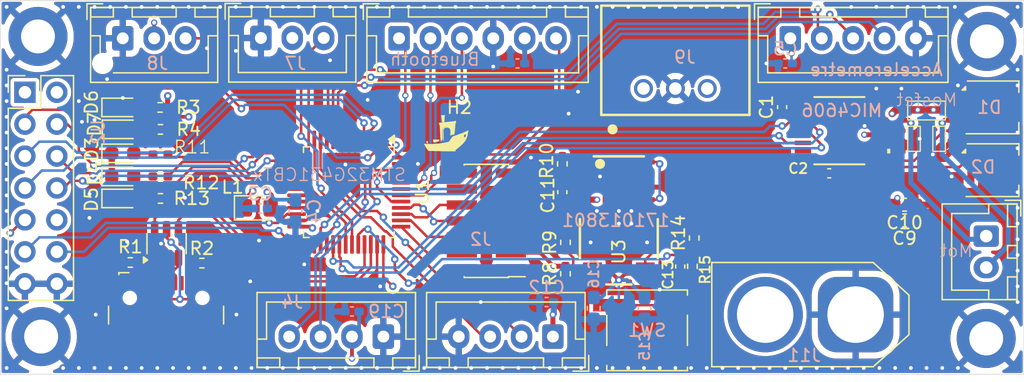
<source format=kicad_pcb>
(kicad_pcb (version 20241229) (generator "pcbnew") (generator_version "9.0")
  (layers (0 "F.Cu" signal) (4 "In1.Cu" signal) (6 "In2.Cu" signal) (2 "B.Cu" signal) (13 "F.Paste" user) (15 "B.Paste" user) (5 "F.SilkS" user "F.Silkscreen") (7 "B.SilkS" user "B.Silkscreen") (1 "F.Mask" user) (3 "B.Mask" user) (25 "Edge.Cuts" user))
  (net 0 "")
  (net 1 "Net-(MIC4606-BHB)")
  (net 2 "BHO")
  (net 3 "AHO")
  (net 4 "Net-(MIC4606-AHB)")
  (net 5 "GND")
  (net 6 "VCC")
  (net 7 "Net-(C11-Pad1)")
  (net 8 "+3.3V")
  (net 9 "/GPIO_filtered")
  (net 10 "Net-(D3-A)")
  (net 11 "Net-(D4-A)")
  (net 12 "Net-(D5-A)")
  (net 13 "Net-(D6-A)")
  (net 14 "Net-(D7-A)")
  (net 15 "/V_USB")
  (net 16 "Net-(J1-CC1)")
  (net 17 "Net-(J1-CC2)")
  (net 18 "/D-")
  (net 19 "/D+")
  (net 23 "SWO")
  (net 24 "JTDI")
  (net 25 "SWDIO")
  (net 29 "SWCLK")
  (net 32 "MOT_1")
  (net 33 "MOT_2")
  (net 34 "/PA_7")
  (net 35 "/Echo_HC_SR04")
  (net 36 "/ADC_accelerometer_X")
  (net 37 "+5V")
  (net 38 "/PWM_TIM1_CH1")
  (net 39 "/PWM_TIM1_CH2")
  (net 40 "/USART1_RX")
  (net 41 "/STATE_Bluetooth")
  (net 42 "/USART1_TX")
  (net 43 "/EN_Bluetooth")
  (net 45 "ALO")
  (net 46 "ALI")
  (net 47 "BLI")
  (net 48 "AHI")
  (net 50 "BHI")
  (net 51 "BLO")
  (net 52 "Net-(R8-Pad2)")
  (net 53 "Net-(R10-Pad2)")
  (net 54 "/PB0_LED_1")
  (net 55 "/PB1_LED_2")
  (net 56 "/PB2_LED_3")
  (net 57 "Net-(R15-Pad2)")
  (net 58 "/USB_DP")
  (net 59 "/PC_14")
  (net 60 "/PC_13")
  (net 62 "/PA_6")
  (net 63 "/ADC_accelerometer_Z")
  (net 64 "/ADC_accelerometer_Y")
  (net 65 "/Trig_HC-SR04")
  (net 66 "/PA_5")
  (net 67 "/I2C1_SDA")
  (net 69 "/USB_DM")
  (net 70 "Net-(U3-Pad12)")
  (net 74 "/PC_15")
  (net 75 "/PB_10")
  (net 76 "/PB_11")
  (net 77 "/I2C1_SCL")
  (net 78 "+3.3VA")
  (footprint "Connector_PinHeader_1.27mm:PinHeader_2x07_P1.27mm_Vertical_SMD" (layer "F.Cu") (at 87.7 117.54 180)
    (property "Reference" "J2")
    (property "Value" "Conn_ST_STDC14" (hide yes))
  )
  (footprint "MountingHole:MountingHole_2.7mm_M2.5_DIN965_Pad" (layer "F.Cu") (at 52.25 126.75)
    (property "Reference" "H3" (hide yes))
    (property "Value" "MountingHole_Pad" (hide yes))
  )
  (footprint "LED_SMD:LED_0603_1608Metric_Pad1.05x0.95mm_HandSolder" (layer "F.Cu") (at 58.75 108.5)
    (property "Reference" "D6")
    (property "Value" "RED_LED_5V" (hide yes))
  )
  (footprint "Resistor_SMD:R_0402_1005Metric_Pad0.72x0.64mm_HandSolder" (layer "F.Cu") (at 94 119.25 90)
    (property "Reference" "R9")
    (property "Value" "137k" (hide yes))
  )
  (footprint "Connector_JST:JST_XH_B4B-XH-A_1x04_P2.50mm_Vertical" (layer "F.Cu") (at 93 126.75 180)
    (property "Reference" "J5" (hide yes))
    (property "Value" "Conn_01x04")
  )
  (footprint "Resistor_SMD:R_0402_1005Metric_Pad0.72x0.64mm_HandSolder" (layer "F.Cu") (at 94 121.75 -90)
    (property "Reference" "R8")
    (property "Value" "287k" (hide yes))
  )
  (footprint "Capacitor_SMD:C_0402_1005Metric_Pad0.74x0.62mm_HandSolder" (layer "F.Cu") (at 93.75 115.25 90)
    (property "Reference" "C11")
    (property "Value" "1u")
  )
  (footprint "Capacitor_SMD:C_0603_1608Metric_Pad1.08x0.95mm_HandSolder" (layer "F.Cu") (at 121 116.25 180)
    (property "Reference" "C10")
    (property "Value" "10u")
  )
  (footprint "Resistor_SMD:R_0402_1005Metric_Pad0.72x0.64mm_HandSolder" (layer "F.Cu") (at 65.05 120.9)
    (property "Reference" "R2")
    (property "Value" "5.1k" (hide yes))
  )
  (footprint "Diode_SMD:Littelfuse_PolyZen-LS" (layer "F.Cu") (at 128 108.5)
    (property "Reference" "D1")
    (property "Value" "D_Zener" (hide yes))
  )
  (footprint "Capacitor_SMD:C_0402_1005Metric_Pad0.74x0.62mm_HandSolder" (layer "F.Cu") (at 103.138754 121.166263 -90)
    (property "Reference" "C13")
    (property "Value" "10n" (hide yes))
  )
  (footprint "Resistor_SMD:R_0402_1005Metric_Pad0.72x0.64mm_HandSolder" (layer "F.Cu") (at 61.7225 108.5 180)
    (property "Reference" "R3")
    (property "Value" "3k6" (hide yes))
  )
  (footprint "Connector_AMASS:AMASS_XT60-F_1x02_P7.20mm_Vertical" (layer "F.Cu") (at 117.1 125 180)
    (property "Reference" "J11")
    (property "Value" "Conn_01x02")
  )
  (footprint "Capacitor_SMD:C_0402_1005Metric_Pad0.74x0.62mm_HandSolder" (layer "F.Cu") (at 115 113.75 180)
    (property "Reference" "C2")
    (property "Value" "1u" (hide yes))
  )
  (footprint "Connector_JST:JST_XH_B3B-XH-AM_1x03_P2.50mm_Vertical" (layer "F.Cu") (at 58.75 103)
    (property "Reference" "J8")
    (property "Value" "Conn_01x03" (hide yes))
  )
  (footprint "Resistor_SMD:R_0402_1005Metric_Pad0.72x0.64mm_HandSolder" (layer "F.Cu") (at 61.75 112.25 180)
    (property "Reference" "R11" (hide yes))
    (property "Value" "1k6" (hide yes))
  )
  (footprint "Package_QFP:LQFP-48_7x7mm_P0.5mm" (layer "F.Cu") (at 76.75 115.25 -90)
    (property "Reference" "U1")
    (property "Value" "STM32G431CBTx" (hide yes))
  )
  (footprint "MountingHole:MountingHole_2.7mm_M2.5_DIN965_Pad" (layer "F.Cu") (at 127.55 103.25)
    (property "Reference" "H1" (hide yes))
    (property "Value" "MountingHole_Pad" (hide yes))
  )
  (footprint "Connector_JST:JST_XH_B2B-XH-A_1x02_P2.50mm_Vertical" (layer "F.Cu") (at 127.5 118.75 -90)
    (property "Reference" "J3" (hide yes))
    (property "Value" "Conn_01x02" (hide yes))
  )
  (footprint "Connector_JST:JST_XH_B6B-XH-A_1x06_P2.50mm_Vertical" (layer "F.Cu") (at 80.75 103)
    (property "Reference" "J12" (hide yes))
    (property "Value" "Conn_01x06" (hide yes))
  )
  (footprint "LED_SMD:LED_0603_1608Metric_Pad1.05x0.95mm_HandSolder" (layer "F.Cu") (at 58.75 115.75)
    (property "Reference" "D5")
    (property "Value" "LED_GREEN" (hide yes))
  )
  (footprint "Resistor_SMD:R_0402_1005Metric_Pad0.72x0.64mm_HandSolder" (layer "F.Cu") (at 104.106591 121.155138 -90)
    (property "Reference" "R15")
    (property "Value" "10k" (hide yes))
  )
  (footprint "Connector_JST:JST_XH_B5B-XH-A_1x05_P2.50mm_Vertical" (layer "F.Cu") (at 111.9 103)
    (property "Reference" "J6" (hide yes))
    (property "Value" "Conn_01x05" (hide yes))
  )
  (footprint "LED_SMD:LED_0603_1608Metric_Pad1.05x0.95mm_HandSolder" (layer "F.Cu") (at 58.75 112.16)
    (property "Reference" "D3")
    (property "Value" "LED_GREEN" (hide yes))
  )
  (footprint "Connector_JST:JST_XH_B3B-XH-A_1x03_P2.50mm_Vertical" (layer "F.Cu") (at 69.75 102.975)
    (property "Reference" "J7")
    (property "Value" "Conn_01x03" (hide yes))
  )
  (footprint "LED_SMD:LED_0603_1608Metric_Pad1.05x0.95mm_HandSolder" (layer "F.Cu") (at 58.7775 110.25)
    (property "Reference" "D7")
    (property "Value" "RED_LED_3.3V" (hide yes))
  )
  (footprint "Resistor_SMD:R_0402_1005Metric_Pad0.72x0.64mm_HandSolder" (layer "F.Cu") (at 61.75 114 180)
    (property "Reference" "R12")
    (property "Value" "1k6" (hide yes))
  )
  (footprint "MountingHole:MountingHole_2.7mm_M2.5_DIN965_Pad" (layer "F.Cu") (at 127.5 126.9)
    (property "Reference" "H2")
    (property "Value" "MountingHole_Pad" (hide yes))
  )
  (footprint "Button_Switch_SMD:SW_Push_1P1T_NO_CK_KSC6xxJ" (layer "F.Cu") (at 100.5 126.25)
    (property "Reference" "SW1")
    (property "Value" "SW_Push")
  )
  (footprint "Package_TO_SOT_SMD:SOT-23-6" (layer "F.Cu") (at 62.2375 119.35 90)
    (property "Reference" "U2")
    (property "Value" "USBLC6-2SC6")
  )
  (footprint "Library_MAKER:173013542" (layer "F.Cu") (at 102.75 104.75)
    (property "Reference" "J9")
    (property "Value" "173010542")
  )
  (footprint "Diode_SMD:Littelfuse_PolyZen-LS" (layer "F.Cu") (at 128 113.5)
    (property "Reference" "D2")
    (property "Value" "D_Zener" (hide yes))
  )
  (footprint "Library_MAKER:TSSOP16_TS_MCH_MIS" (layer "F.Cu") (at 115.807501 110.355399)
    (property "Reference" "MIC4606")
    (property "Value" "~")
  )
  (footprint "Library_MAKER:FDMQ86530L" (layer "F.Cu") (at 122.75 110 -90)
    (property "Reference" "Mosfet_canal_N1" (hide yes))
    (property "Value" "~" (hide yes))
  )
  (footprint "Connector_USB:USB_C_Receptacle_GCT_USB4110" (layer "F.Cu") (at 62.2 126.175)
    (property "Reference" "J1" (hide yes))
    (property "Value" "USB_C_Receptacle_USB2.0_16P" (hide yes))
  )
  (footprint "Resistor_SMD:R_0402_1005Metric_Pad0.72x0.64mm_HandSolder" (layer "F.Cu") (at 93.75 113 90)
    (property "Reference" "R10")
    (property "Value" "5.6k" (hide yes))
  )
  (footprint "Capacitor_SMD:C_0603_1608Metric_Pad1.08x0.95mm_HandSolder" (layer "F.Cu") (at 121 117.5 180)
    (property "Reference" "C9")
    (property "Value" "22u")
  )
  (footprint "MountingHole:MountingHole_2.7mm_M2.5_DIN965_Pad" (layer "F.Cu") (at 52 102.85)
    (property "Reference" "H4" (hide yes))
    (property "Value" "MountingHole_Pad" (hide yes))
  )
  (footprint "Capacitor_SMD:C_0402_1005Metric_Pad0.74x0.62mm_HandSolder" (layer "F.Cu") (at 111.25 108.4804 -90)
    (property "Reference" "C1")
    (property "Value" "1u" (hide yes))
  )
  (footprint "Resistor_SMD:R_0402_1005Metric_Pad0.72x0.64mm_HandSolder" (layer "F.Cu") (at 61.75 115.75 180)
    (property "Reference" "R13")
    (property "Value" "1k6" (hide yes))
  )
  (footprint "Library_MAKER:171023801" (layer "F.Cu") (at 98.25 117.5 -90)
    (property "Reference" "U3")
    (property "Value" "171013801")
  )
  (footprint "Resistor_SMD:R_0402_1005Metric_Pad0.72x0.64mm_HandSolder" (layer "F.Cu") (at 104.25 118.9025 -90)
    (property "Reference" "R14")
    (property "Value" "10k" (hide yes))
  )
  (footprint "Connector_PinHeader_2.54mm:PinHeader_2x07_P2.54mm_Vertical" (layer "F.Cu") (at 50.96 107.3)
    (property "Reference" "J10" (hide yes))
    (property "Value" "Conn_02x07_Odd_Even" (hide yes))
  )
  (footprint "LED_SMD:LED_0805_2012Metric_Pad1.15x1.40mm_HandSolder" (layer "F.Cu") (at 69.5 116.5)
    (property "Reference" "L1")
    (property "Value" "39n")
  )
  (footprint "Library_MAKER:Bitmap_bateau_bis" (layer "F.Cu") (at 84.5 110.5)
    (property "Reference" "G***" (hide yes))
    (property "Value" "LOGO" (hide yes))
  )
  (footprint "LED_SMD:LED_0603_1608Metric_Pad1.05x0.95mm_HandSolder" (layer "F.Cu") (at 58.75 114)
    (property "Reference" "D4")
    (property "Value" "LED_GREEN" (hide yes))
  )
  (footprint "Resistor_SMD:R_0402_1005Metric_Pad0.72x0.64mm_HandSolder" (layer "F.Cu") (at 59.35 120.85 180)
    (property "Reference" "R1")
    (property "Value" "5.1k" (hide yes))
  )
  (footprint "Connector_JST:JST_XH_B4B-XH-A_1x04_P2.50mm_Vertical" (layer "F.Cu") (at 79.5 126.75 180)
    (property "Reference" "J4")
    (property "Value" "Conn_01x04")
  )
  (footprint "Resistor_SMD:R_0402_1005Metric_Pad0.72x0.64mm_HandSolder" (layer "F.Cu") (at 61.75 110.25 180)
    (property "Reference" "R4")
    (property "Value" "1k6" (hide yes))
  )
  (footprint "Capacitor_SMD:C_0402_1005Metric_Pad0.74x0.62mm_HandSolder" (layer "B.Cu") (at 111.5 105 180)
    (property "Reference" "C5")
    (property "Value" "1u")
  )
  (footprint "Capacitor_SMD:C_0402_1005Metric_Pad0.74x0.62mm_HandSolder" (layer "B.Cu") (at 77 124.75 180)
    (property "Reference" "C19")
    (property "Value" "1u")
  )
  (footprint "Capacitor_SMD:C_0402_1005Metric_Pad0.74x0.62mm_HandSolder" (layer "B.Cu") (at 69.7 116.55 180)
    (property "Reference" "C3")
    (property "Value" "10n")
  )
  (footprint "Capacitor_SMD:C_0603_1608Metric_Pad1.08x0.95mm_HandSolder" (layer "B.Cu") (at 72.5 116.75 -90)
    (property "Reference" "C4")
    (property "Value" "1u")
  )
  (footprint "Capacitor_SMD:C_0402_1005Metric_Pad0.74x0.62mm_HandSolder" (layer "B.Cu") (at 90.1825 105 180)
    (property "Reference" "C6" (hide yes))
    (property "Value" "1u")
  )
  (footprint "Capacitor_SMD:C_0402_1005Metric_Pad0.74x0.62mm_HandSolder" (layer "B.Cu") (at 92.5 124 180)
    (property "Reference" "C12")
    (property "Value" "1u")
  )
  (footprint "Capacitor_SMD:C_0603_1608Metric_Pad1.08x0.95mm_HandSolder" (layer "B.Cu") (at 100.300457 124.506926 -90)
    (property "Reference" "C15")
    (property "Value" "100n" (hide yes))
  )
  (footprint "Capacitor_SMD:C_0603_1608Metric_Pad1.08x0.95mm_HandSolder" (layer "B.Cu") (at 96.25 124.5 -90)
    (property "Reference" "C16")
    (property "Value" "100n" (hide yes))
  )
  (gr_rect (start 49 100) (end 130.5 129.75) (stroke (width 0.05)) (fill no) (layer "Edge.Cuts"))
  (segment (start 111.25 109.0479) (end 111.25 108.978586) (width 0.2) (layer "F.Cu") (net 1))
  (segment (start 111.25 108.978586) (end 112.148186 108.0804) (width 0.2) (layer "F.Cu") (net 1))
  (segment (start 112.148186 108.0804) (end 112.908551 108.0804) (width 0.2) (layer "F.Cu") (net 1))
  (segment (start 121.12 107.88) (end 121.62 107.38) (width 0.2) (layer "F.Cu") (net 2))
  (segment (start 125.16 107.38) (end 126.28 108.5) (width 0.2) (layer "F.Cu") (net 2))
  (segment (start 118.736451 108.1104) (end 118.706451 108.0804) (width 0.2) (layer "F.Cu") (net 2))
  (segment (start 118.706451 108.0804) (end 118.706451 108.730401) (width 0.2) (layer "F.Cu") (net 2))
  (segment (start 120.62 107.75) (end 119.036851 107.75) (width 0.2) (layer "F.Cu") (net 2))
  (segment (start 120.75 107.88) (end 121.12 107.88) (width 0.2) (layer "F.Cu") (net 2))
  (segment (start 112.0599 107.603) (end 111.75 107.9129) (width 0.2) (layer "F.Cu") (net 2))
  (segment (start 118.229051 107.603) (end 112.0599 107.603) (width 0.2) (layer "F.Cu") (net 2))
  (segment (start 119.036851 107.75) (end 118.706451 108.0804) (width 0.2) (layer "F.Cu") (net 2))
  (segment (start 121.62 107.38) (end 125.16 107.38) (width 0.2) (layer "F.Cu") (net 2))
  (segment (start 120.75 107.88) (end 120.62 107.75) (width 0.2) (layer "F.Cu") (net 2))
  (segment (start 111.75 107.9129) (end 111.25 107.9129) (width 0.2) (layer "F.Cu") (net 2))
  (segment (start 118.706451 108.0804) (end 118.229051 107.603) (width 0.2) (layer "F.Cu") (net 2))
  (segment (start 118.807501 112.08145) (end 118.706451 111.9804) (width 0.2) (layer "F.Cu") (net 3))
  (segment (start 118.706451 112.630398) (end 118.807501 112.529348) (width 0.2) (layer "F.Cu") (net 3))
  (segment (start 118.778227 112.702173) (end 119.326053 113.25) (width 0.2) (layer "F.Cu") (net 3))
  (segment (start 125.074999 107.88) (end 125.7 108.505001) (width 0.2) (layer "F.Cu") (net 3))
  (segment (start 118.807501 112.529348) (end 118.807501 112.08145) (width 0.2) (layer "F.Cu") (net 3))
  (segment (start 116.687102 112.630398) (end 118.706452 112.630398) (width 0.2) (layer "F.Cu") (net 3))
  (segment (start 124.75 107.88) (end 125.074999 107.88) (width 0.2) (layer "F.Cu") (net 3))
  (segment (start 118.706452 112.630398) (end 118.778227 112.702173) (width 0.2) (layer "F.Cu") (net 3))
  (segment (start 125.7 112.92) (end 126.28 113.5) (width 0.2) (layer "F.Cu") (net 3))
  (segment (start 125.7 108.505001) (end 125.7 112.92) (width 0.2) (layer "F.Cu") (net 3))
  (segment (start 115.5675 113.75) (end 116.687102 112.630398) (width 0.2) (layer "F.Cu") (net 3))
  (segment (start 118.706451 112.630398) (end 118.778227 112.702173) (width 0.2) (layer "F.Cu") (net 3))
  (segment (start 119.326053 113.25) (end 125.37 113.25) (width 0.2) (layer "F.Cu") (net 3))
  (segment (start 125.37 113.25) (end 125.7 112.92) (width 0.2) (layer "F.Cu") (net 3))
  (segment (start 114.4325 113.75) (end 114.028153 113.75) (width 0.2) (layer "F.Cu") (net 4))
  (segment (start 114.4521 113.7304) (end 114.4325 113.75) (width 0.2) (layer "F.Cu") (net 4))
  (segment (start 114.028153 113.75) (end 112.908551 112.630398) (width 0.2) (layer "F.Cu") (net 4))
  (segment (start 73.625 116.5) (end 74 116.5) (width 0.2) (layer "F.Cu") (net 5))
  (segment (start 57.9025 112.1325) (end 57.875 112.16) (width 0.2) (layer "F.Cu") (net 5))
  (segment (start 59 121.0975) (end 58.7525 120.85) (width 0.2) (layer "F.Cu") (net 5))
  (segment (start 73.625 115.76759) (end 73.625 116.5) (width 0.2) (layer "F.Cu") (net 5))
  (segment (start 79.25 122.75) (end 79 122.5) (width 0.2) (layer "F.Cu") (net 5))
  (segment (start 73.35741 115.5) (end 73.625 115.76759) (width 0.2) (layer "F.Cu") (net 5))
  (segment (start 118.706451 110.030401) (end 117.867158 110.030401) (width 0.2) (layer "F.Cu") (net 5))
  (segment (start 56.5 109.5) (end 57.5 108.5) (width 0.2) (layer "F.Cu") (net 5))
  (segment (start 72.5875 115.5) (end 73.35741 115.5) (width 0.2) (layer "F.Cu") (net 5))
  (segment (start 123.5 112) (end 123.25 112.25) (width 0.2) (layer "F.Cu") (net 5))
  (segment (start 73.625 117.23241) (end 73.35741 117.5) (width 0.2) (layer "F.Cu") (net 5))
  (segment (start 98.65 114.85) (end 98.25 114.45) (width 0.2) (layer "F.Cu") (net 5))
  (segment (start 124.75 112) (end 123.5 112) (width 0.2) (layer "F.Cu") (net 5))
  (segment (start 124.75 111.18) (end 124.75 112) (width 0.2) (layer "F.Cu") (net 5))
  (segment (start 57.875 108.5) (end 57.875 110.2225) (width 0.2) (layer "F.Cu") (net 5))
  (segment (start 57.875 114) (end 57.875 115.75) (width 0.2) (layer "F.Cu") (net 5))
  (segment (start 120.75 112) (end 120.75 111.18) (width 0.2) (layer "F.Cu") (net 5))
  (segment (start 120.75 111.18) (end 122.02 111.18) (width 0.2) (layer "F.Cu") (net 5))
  (segment (start 68.184613 123.07) (end 68.897245 122.357368) (width 0.2) (layer "F.Cu") (net 5))
  (segment (start 80.9125 113) (end 82.25 113) (width 0.2) (layer "F.Cu") (net 5))
  (segment (start 122.02 111.18) (end 122.2 111) (width 0.2) (layer "F.Cu") (net 5))
  (segment (start 57.875 112.16) (end 57.875 114) (width 0.2) (layer "F.Cu") (net 5))
  (segment (start 79 122.5) (end 79 119.4125) (width 0.2) (layer "F.Cu") (net 5))
  (segment (start 73.625 116.5) (end 73.625 117.23241) (width 0.2) (layer "F.Cu") (net 5))
  (segment (start 62.2375 119.7875) (end 62.2375 120.4875) (width 0.2) (layer "F.Cu") (net 5))
  (segment (start 57.5 108.5) (end 57.875 108.5) (width 0.2) (layer "F.Cu") (net 5))
  (segment (start 74 116.5) (end 74.25 116.75) (width 0.2) (layer "F.Cu") (net 5))
  (segment (start 65.400789 122.471975) (end 65.400789 121.146711) (width 0.2) (layer "F.Cu") (net 5))
  (segment (start 57.9025 110.25) (end 57.9025 112.1325) (width 0.2) (layer "F.Cu") (net 5))
  (segment (start 65.942628 123.07) (end 65.367628 122.495) (width 0.2) (layer "F.Cu") (net 5))
  (segment (start 61.8 119.35) (end 62.2375 119.7875) (width 0.2) (layer "F.Cu") (net 5))
  (segment (start 57.875 110.2225) (end 57.9025 110.25) (width 0.2) (layer "F.Cu") (net 5))
  (segment (start 59 122.495) (end 59 121.0975) (width 0.2) (layer "F.Cu") (net 5))
  (segment (start 65.942628 123.07) (end 67.277628 123.07) (width 0.2) (layer "F.Cu") (net 5))
  (segment (start 117.867158 110.030401) (end 117.814406 109.977649) (width 0.2) (layer "F.Cu") (net 5))
  (segment (start 67.277628 123.07) (end 68.184613 123.07) (width 0.2) (layer "F.Cu") (net 5))
  (segment (start 65.400789 121.146711) (end 65.6475 120.9) (width 0.2) (layer "F.Cu") (net 5))
  (segment (start 73.35741 117.5) (end 72.5875 117.5) (width 0.2) (layer "F.Cu") (net 5))
  (via (at 55.25 100.5) (size 0.6) (drill 0.3) (layers "F.Cu" "B.Cu") (net 5))
  (via (at 121.5 129.25) (size 0.6) (drill 0.3) (layers "F.Cu" "B.Cu") (net 5))
  (via (at 122.2 111) (size 0.6) (drill 0.3) (layers "F.Cu" "B.Cu") (net 5))
  (via (at 67.75 104) (size 0.5) (drill 0.3) (layers "F.Cu" "B.Cu") (net 5))
  (via (at 119 129.25) (size 0.6) (drill 0.3) (layers "F.Cu" "B.Cu") (net 5))
  (via (at 82.75 129.25) (size 0.6) (drill 0.3) (layers "F.Cu" "B.Cu") (net 5))
  (via (at 121.25 100.5) (size 0.6) (drill 0.3) (layers "F.Cu" "B.Cu") (net 5))
  (via (at 59 129.25) (size 0.6) (drill 0.3) (layers "F.Cu" "B.Cu") (net 5))
  (via (at 130 122.75) (size 0.6) (drill 0.3) (layers "F.Cu" "B.Cu") (net 5))
  (via (at 120.25 129.25) (size 0.6) (drill 0.3) (layers "F.Cu" "B.Cu") (net 5))
  (via (at 68.897245 122.357368) (size 0.6) (drill 0.3) (layers "F.Cu" "B.Cu") (net 5))
  (via (at 123.75 100.5) (size 0.6) (drill 0.3) (layers "F.Cu" "B.Cu") (net 5))
  (via (at 104 100.5) (size 0.6) (drill 0.3) (layers "F.Cu" "B.Cu") (net 5))
  (via (at 61.5 100.5) (size 0.6) (drill 0.3) (layers "F.Cu" "B.Cu") (net 5))
  (via (at 92.75 129.25) (size 0.6) (drill 0.3) (layers "F.Cu" "B.Cu") (net 5))
  (via (at 124.75 114) (size 0.5) (drill 0.3) (layers "F.Cu" "B.Cu") (net 5))
  (via (at 49.5 100.5) (size 0.6) (drill 0.3) (layers "F.Cu" "B.Cu") (net 5))
  (via (at 91.5 129.25) (size 0.6) (drill 0.3) (layers "F.Cu" "B.Cu") (net 5))
  (via (at 49.5 122.5) (size 0.6) (drill 0.3) (layers "F.Cu" "B.Cu") (net 5))
  (via (at 72.75 100.5) (size 0.6) (drill 0.3) (layers "F.Cu" "B.Cu") (net 5))
  (via (at 63.7 115.7) (size 0.6) (drill 0.3) (layers "F.Cu" "B.Cu") (net 5))
  (via (at 95.25 100.5) (size 0.6) (drill 0.3) (layers "F.Cu" "B.Cu") (net 5))
  (via (at 66.5 129.25) (size 0.6) (drill 0.3) (layers "F.Cu" "B.Cu") (net 5))
  (via (at 59 100.5) (size 0.6) (drill 0.3) (layers "F.Cu" "B.Cu") (net 5))
  (via (at 122.5 100.5) (size 0.6) (drill 0.3) (layers "F.Cu" "B.Cu") (net 5))
  (via (at 95 107.25) (size 0.5) (drill 0.3) (layers "F.Cu" "B.Cu") (net 5))
  (via (at 49.5 120) (size 0.6) (drill 0.3) (layers "F.Cu" "B.Cu") (net 5))
  (via (at 64 129.25) (size 0.6) (drill 0.3) (layers "F.Cu" "B.Cu") (net 5))
  (via (at 85.25 100.5) (size 0.6) (drill 0.3) (layers "F.Cu" "B.Cu") (net 5))
  (via (at 97.75 129.25) (size 0.6) (drill 0.3) (layers "F.Cu" "B.Cu") (net 5))
  (via (at 74.25 116.75) (size 0.5) (drill 0.3) (layers "F.Cu" "B.Cu") (net 5))
  (via (at 49.5 114.25) (size 0.6) (drill 0.3) (layers "F.Cu" "B.Cu") (net 5))
  (via (at 56.6 125) (size 0.6) (drill 0.3) (layers "F.Cu" "B.Cu") (net 5))
  (via (at 71.5 129.25) (size 0.6) (drill 0.3) (layers "F.Cu" "B.Cu") (net 5))
  (via (at 130 105.5) (size 0.6) (drill 0.3) (layers "F.Cu" "B.Cu") (net 5))
  (via (at 96.5 129.25) (size 0.6) (drill 0.3) (layers "F.Cu" "B.Cu") (net 5))
  (via (at 75.25 129.25) (size 0.6) (drill 0.3) (layers "F.Cu" "B.Cu") (net 5))
  (via (at 130 115.25) (size 0.6) (drill 0.3) (layers "F.Cu" "B.Cu") (net 5))
  (via (at 87.75 100.5) (size 0.6) (drill 0.3) (layers "F.Cu" "B.Cu") (net 5))
  (via (at 66.5 100.5) (size 0.6) (drill 0.3) (layers "F.Cu" "B.Cu") (net 5))
  (via (at 91.5 100.5) (size 0.6) (drill 0.3) (layers "F.Cu" "B.Cu") (net 5))
  (via (at 49.5 113) (size 0.6) (drill 0.3) (layers "F.Cu" "B.Cu") (net 5))
  (via (at 118.75 100.5) (size 0.6) (drill 0.3) (layers "F.Cu" "B.Cu") (net 5))
  (via (at 101.5 129.25) (size 0.6) (drill 0.3) (layers "F.Cu" "B.Cu") (net 5))
  (via (at 89 100.5) (size 0.6) (drill 0.3) (layers "F.Cu" "B.Cu") (net 5))
  (via (at 80.25 100.5) (size 0.6) (drill 0.3) (layers "F.Cu" "B.Cu") (net 5))
  (via (at 56.1 117.3) (size 0.6) (drill 0.3) (layers "F.Cu" "B.Cu") (net 5))
  (via (at 114 129.25) (size 0.6) (drill 0.3) (layers "F.Cu" "B.Cu") (net 5))
  (via (at 87.25 124) (size 0.5) (drill 0.3) (layers "F.Cu" "B.Cu") (net 5))
  (via (at 56.1 115.4) (size 0.6) (drill 0.3) (layers "F.Cu" "B.Cu") (net 5))
  (via (at 117.75 129.25) (size 0.6) (drill 0.3) (layers "F.Cu" "B.Cu") (net 5))
  (via (at 96 119.25) (size 0.5) (drill 0.3) (layers "F.Cu" "B.Cu") (net 5))
  (via (at 125.25 106.75) (size 0.5) (drill 0.3) (layers "F.Cu" "B.Cu") (net 5))
  (via (at 69 100.5) (size 0.6) (drill 0.3) (layers "F.Cu" "B.Cu") (net 5))
  (via (at 57.75 129.25) (size 0.6) (drill 0.3) (layers "F.Cu" "B.Cu") (net 5))
  (via (at 49.5 121.25) (size 0.6) (drill 0.3) (layers "F.Cu" "B.Cu") (net 5))
  (via (at 125 100.5) (size 0.6) (drill 0.3) (layers "F.Cu" "B.Cu") (net 5))
  (via (at 49.5 116.75) (size 0.6) (drill 0.3) (layers "F.Cu" "B.Cu") (net 5))
  (via (at 72.75 129.25) (size 0.6) (drill 0.3) (layers "F.Cu" "B.Cu") (net 5))
  (via (at 67.75 100.5) (size 0.6) (drill 0.3) (layers "F.Cu" "B.Cu") (net 5))
  (via (at 94 129.25) (size 0.6) (drill 0.3) (layers "F.Cu" "B.Cu") (net 5))
  (via (at 81.5 100.5) (size 0.6) (drill 0.3) (layers "F.Cu" "B.Cu") (net 5))
  (via (at 76.5 129.25) (size 0.6) (drill 0.3) (layers "F.Cu" "B.Cu") (net 5))
  (via (at 130 110.5) (size 0.6) (drill 0.3) (layers "F.Cu" "B.Cu") (net 5))
  (via (at 118.75 107) (size 0.5) (drill 0.3) (layers "F.Cu" "B.Cu") (net 5))
  (via (at 95.25 129.25) (size 0.6) (drill 0.3) (layers "F.Cu" "B.Cu") (net 5))
  (via (at 91.25 112.5) (size 0.5) (drill 0.3) (layers "F.Cu" "B.Cu") (net 5))
  (via (at 120.75 107) (size 0.5) (drill 0.3) (layers "F.Cu" "B.Cu") (net 5))
  (via (at 49.5 124.5) (size 0.6) (drill 0.3) (layers "F.Cu" "B.Cu") (net 5))
  (via (at 82.25 113) (size 0.5) (drill 0.3) (layers "F.Cu" "B.Cu") (net 5))
  (via (at 117.814406 109.977649) (size 0.5) (drill 0.3) (layers "F.Cu" "B.Cu") (net 5))
  (via (at 105.25 129.25) (size 0.6) (drill 0.3) (layers "F.Cu" "B.Cu") (net 5))
  (via (at 57.5 106.25) (size 0.5) (drill 0.3) (layers "F.Cu" "B.Cu") (net 5))
  (via (at 98.25 116.75) (size 0.5) (drill 0.3) (layers "F.Cu" "B.Cu") (net 5))
  (via (at 106.5 100.5) (size 0.6) (drill 0.3) (layers "F.Cu" "B.Cu") (net 5))
  (via (at 86.5 100.5) (size 0.6) (drill 0.3) (layers "F.Cu" "B.Cu") (net 5))
  (via (at 130 119) (size 0.6) (drill 0.3) (layers "F.Cu" "B.Cu") (net 5))
  (via (at 99 129.25) (size 0.6) (drill 0.3) (layers "F.Cu" "B.Cu") (net 5))
  (via (at 107.75 129.25) (size 0.6) (drill 0.3) (layers "F.Cu" "B.Cu") (net 5))
  (via (at 80.25 129.25) (size 0.6) (drill 0.3) (layers "F.Cu" "B.Cu") (net 5))
  (via (at 130 121.5) (size 0.6) (drill 0.3) (layers "F.Cu" "B.Cu") (net 5))
  (via (at 125.25 129.25) (size 0.6) (drill 0.3) (layers "F.Cu" "B.Cu") (net 5))
  (via (at 54 100.5) (size 0.6) (drill 0.3) (layers "F.Cu" "B.Cu") (net 5))
  (via (at 101.5 123) (size 0.6) (drill 0.3) (layers "F.Cu" "B.Cu") (net 5))
  (via (at 109 129.25) (size 0.6) (drill 0.3) (layers "F.Cu" "B.Cu") (net 5))
  (via (at 102.75 100.5) (size 0.6) (drill 0.3) (layers "F.Cu" "B.Cu") (net 5))
  (via (at 70.25 129.25) (size 0.6) (drill 0.3) (layers "F.Cu" "B.Cu") (net 5))
  (via (at 110 105) (size 0.5) (drill 0.3) (layers "F.Cu" "B.Cu") (net 5))
  (via (at 85.25 129.25) (size 0.6) (drill 0.3) (layers "F.Cu" "B.Cu") (net 5))
  (via (at 56.5 109.5) (size 0.6) (drill 0.3) (layers "F.Cu" "B.Cu") (net 5))
  (via (at 116.75 100.5) (size 0.6) (drill 0.3) (layers "F.Cu" "B.Cu") (net 5))
  (via (at 84 129.25) (size 0.6) (drill 0.3) (layers "F.Cu" "B.Cu") (net 5))
  (via (at 56.5 129.25) (size 0.6) (drill 0.3) (layers "F.Cu" "B.Cu") (net 5))
  (via (at 111.5 129.25) (size 0.6) (drill 0.3) (layers "F.Cu" "B.Cu") (net 5))
  (via (at 88.25 105.25) (size 0.6) (drill 0.3) (layers "F.Cu" "B.Cu") (net 5))
  (via (at 79 129.25) (size 0.6) (drill 0.3) (layers "F.Cu" "B.Cu") (net 5))
  (via (at 62.75 100.5) (size 0.6) (drill 0.3) (layers "F.Cu" "B.Cu") (net 5))
  (via (at 96.5 100.5) (size 0.6) (drill 0.3) (layers "F.Cu" "B.Cu") (net 5))
  (via (at 49.5 111.75) (size 0.6) (drill 0.3) (layers "F.Cu" "B.Cu") (net 5))
  (via (at 56.5 100.5) (size 0.6) (drill 0.3) (layers "F.Cu" "B.Cu") (net 5))
  (via (at 49.5 109.25) (size 0.6) (drill 0.3) (layers "F.Cu" "B.Cu") (net 5))
  (via (at 77.75 129.25) (size 0.6) (drill 0.3) (layers "F.Cu" "B.Cu") (net 5))
  (via (at 77.75 100.5) (size 0.6) (drill 0.3) (layers "F.Cu" "B.Cu") (net 5))
  (via (at 67.8 125) (size 0.6) (drill 0.3) (layers "F.Cu" "B.Cu") (net 5))
  (via (at 65.25 100.5) (size 0.6) (drill 0.3) (layers "F.Cu" "B.Cu") (net 5))
  (via (at 112.75 129.25) (size 0.6) (drill 0.3) (layers "F.Cu" "B.Cu") (net 5))
  (via (at 130 111.75) (size 0.6) (drill 0.3) (layers "F.Cu" "B.Cu") (net 5))
  (via (at 94 100.5) (size 0.6) (drill 0.3) (layers "F.Cu" "B.Cu") (net 5))
  (via (at 123.25 112.25) (size 0.6) (drill 0.3) (layers "F.Cu" "B.Cu") (net 5))
  (via (at 76.48093 113.05) (size 0.5) (drill 0.3) (layers "F.Cu" "B.Cu") (net 5))
  (via (at 105.25 100.5) (size 0.6) (drill 0.3) (layers "F.Cu" "B.Cu") (net 5))
  (via (at 84 100.5) (size 0.6) (drill 0.3) (layers "F.Cu" "B.Cu") (net 5))
  (via (at 65.448312 103.787453) (size 0.5) (drill 0.3) (layers "F.Cu" "B.Cu") (net 5))
  (via (at 99 100.5) (size 0.6) (drill 0.3) (layers "F.Cu" "B.Cu") (net 5))
  (via (at 62.75 129.25) (size 0.6) (drill 0.3) (layers "F.Cu" "B.Cu") (net 5))
  (via (at 55.25 129.25) (size 0.6) (drill 0.3) (layers "F.Cu" "B.Cu") (net 5))
  (via (at 57.75 100.5) (size 0.6) (drill 0.3) (layers "F.Cu" "B.Cu") (net 5))
  (via (at 58.75 107.75) (size 0.5) (drill 0.3) (layers "F.Cu" "B.Cu") (net 5))
  (via (at 130 116.5) (size 0.6) (drill 0.3) (layers "F.Cu" "B.Cu") (net 5))
  (via (at 70.25 100.5) (size 0.6) (drill 0.3) (layers "F.Cu" "B.Cu") (net 5))
  (via (at 100.25 100.5) (size 0.6) (drill 0.3) (layers "F.Cu" "B.Cu") (net 5))
  (via (at 94.25 109) (size 0.5) (drill 0.3) (layers "F.Cu" "B.Cu") (net 5))
  (via (at 79 100.5) (size 0.6) (drill 0.3) (layers "F.Cu" "B.Cu") (net 5))
  (via (at 54 129.25) (size 0.6) (drill 0.3) (layers "F.Cu" "B.Cu") (net 5))
  (via (at 65.25 129.25) (size 0.6) (drill 0.3) (layers "F.Cu" "B.Cu") (net 5))
  (via (at 76.5 100.5) (size 0.6) (drill 0.3) (layers "F.Cu" "B.Cu") (net 5))
  (via (at 67.75 129.25) (size 0.6) (drill 0.3) (layers "F.Cu" "B.Cu") (net 5))
  (via (at 49.5 115.5) (size 0.6) (drill 0.3) (layers "F.Cu" "B.Cu") (net 5))
  (via (at 49.5 110.5) (size 0.6) (drill 0.3) (layers "F.Cu" "B.Cu") (net 5))
  (via (at 130 100.5) (size 0.6) (drill 0.3) (layers "F.Cu" "B.Cu") (net 5))
  (via (at 75.25 100.5) (size 0.6) (drill 0.3) (layers "F.Cu" "B.Cu") (net 5))
  (via (at 59.1 119.2) (size 0.6) (drill 0.3) (layers "F.Cu" "B.Cu") (net 5))
  (via (at 98.25 117.75) (size 0.5) (drill 0.3) (layers "F.Cu" "B.Cu") (net 5))
  (via (at 115.25 129.25) (size 0.6) (drill 0.3) (layers "F.Cu" "B.Cu") (net 5))
  (via (at 61.8 119.35) (size 0.6) (drill 0.3) (layers "F.Cu" "B.Cu") (net 5))
  (via (at 107.75 100.5) (size 0.6) (drill 0.3) (layers "F.Cu" "B.Cu") (net 5))
  (via (at 73.2 121) (size 0.6) (drill 0.3) (layers "F.Cu" "B.Cu") (net 5))
  (via (at 64 100.5) (size 0.6) (drill 0.3) (layers "F.Cu" "B.Cu") (net 5))
  (via (at 104 129.25) (size 0.6) (drill 0.3) (layers "F.Cu" "B.Cu") (net 5))
  (via (at 75.25 104.75) (size 0.5) (drill 0.3) (layers "F.Cu" "B.Cu") (net 5))
  (via (at 96.75 114) (size 0.5) (drill 0.3) (layers "F.Cu" "B.Cu") (net 5))
  (via (at 100.5 119.25) (size 0.5) (drill 0.3) (layers "F.Cu" "B.Cu") (net 5))
  (via (at 99.25 116.75) (size 0.5) (drill 0.3) (layers "F.Cu" "B.Cu") (net 5))
  (via (at 69 129.25) (size 0.6) (drill 0.3) (layers "F.Cu" "B.Cu") (net 5))
  (via (at 69.6 119.1) (size 0.6) (drill 0.3) (layers "F.Cu" "B.Cu") (net 5))
  (via (at 79.25 122.75) (size 0.6) (drill 0.3) (layers "F.Cu" "B.Cu") (net 5))
  (via (at 87.75 129.25) (size 0.6) (drill 0.3) (layers "F.Cu" "B.Cu") (net 5))
  (via (at 96.5 116.75) (size 0.5) (drill 0.3) (layers "F.Cu" "B.Cu") (net 5))
  (via (at 116.5 129.25) (size 0.6) (drill 0.3) (layers "F.Cu" "B.Cu") (net 5))
  (via (at 99.25 117.75) (size 0.5) (drill 0.3) (layers "F.Cu" "B.Cu") (net 5))
  (via (at 102.75 129.25) (size 0.6) (drill 0.3) (layers "F.Cu" "B.Cu") (net 5))
  (via (at 60.25 129.25) (size 0.6) (drill 0.3) (layers "F.Cu" "B.Cu") (net 5))
  (via (at 49.5 105.5) (size 0.6) (drill 0.3) (layers "F.Cu" "B.Cu") (net 5))
  (via (at 49.5 129.25) (size 0.6) (drill 0.3) (layers "F.Cu" "B.Cu") (net 5))
  (via (at 130 124) (size 0.6) (drill 0.3) (layers "F.Cu" "B.Cu") (net 5))
  (via (at 130 120.25) (size 0.6) (drill 0.3) (layers "F.Cu" "B.Cu") (net 5))
  (via (at 124 129.25) (size 0.6) (drill 0.3) (layers "F.Cu" "B.Cu") (net 5))
  (via (at 61.5 129.25) (size 0.6) (drill 0.3) (layers "F.Cu" "B.Cu") (net 5))
  (via (at 92.75 100.5) (size 0.6) (drill 0.3) (layers "F.Cu" "B.Cu") (net 5))
  (via (at 78.25 107.9) (size 0.5) (drill 0.3) (layers "F.Cu" "B.Cu") (net 5))
  (via (at 110.25 129.25) (size 0.6) (drill 0.3) (layers "F.Cu" "B.Cu") (net 5))
  (via (at 55.25 108) (size 0.5) (drill 0.3) (layers "F.Cu" "B.Cu") (net 5))
  (via (at 97.75 100.5) (size 0.6) (drill 0.3) (layers "F.Cu" "B.Cu") (net 5))
  (via (at 130 106.75) (size 0.6) (drill 0.3) (layers "F.Cu" "B.Cu") (net 5))
  (via (at 49.5 106.75) (size 0.6) (drill 0.3) (layers "F.Cu" "B.Cu") (net 5))
  (via (at 120 100.5) (size 0.6) (drill 0.3) (layers "F.Cu" "B.Cu") (net 5))
  (via (at 122.75 129.25) (size 0.6) (drill 0.3) (layers "F.Cu" "B.Cu") (net 5))
  (via (at 89 129.25) (size 0.6) (drill 0.3) (layers "F.Cu" "B.Cu") (net 5))
  (via (at 55.5 109.65) (size 0.5) (drill 0.3) (layers "F.Cu" "B.Cu") (net 5))
  (via (at 101.5 100.5) (size 0.6) (drill 0.3) (layers "F.Cu" "B.Cu") (net 5))
  (via (at 86.5 129.25) (size 0.6) (drill 0.3) (layers "F.Cu" "B.Cu") (net 5))
  (via (at 71.5 100.5) (size 0.6) (drill 0.3) (layers "F.Cu" "B.Cu") (net 5))
  (via (at 106.5 129.25) (size 0.6) (drill 0.3) (layers "F.Cu" "B.Cu") (net 5))
  (via (at 82.75 100.5) (size 0.6) (drill 0.3) (layers "F.Cu" "B.Cu") (net 5))
  (via (at 74 100.5) (size 0.6) (drill 0.3) (layers "F.Cu" "B.Cu") (net 5))
  (via (at 100.25 129.25) (size 0.6) (drill 0.3) (layers "F.Cu" "B.Cu") (net 5))
  (via (at 90.25 129.25) (size 0.6) (drill 0.3) (layers "F.Cu" "B.Cu") (net 5))
  (via (at 81.5 129.25) (size 0.6) (drill 0.3) (layers "F.Cu" "B.Cu") (net 5))
  (via (at 74 129.25) (size 0.6) (drill 0.3) (layers "F.Cu" "B.Cu") (net 5))
  (via (at 130 117.75) (size 0.6) (drill 0.3) (layers "F.Cu" "B.Cu") (net 5))
  (via (at 60.25 100.5) (size 0.6) (drill 0.3) (layers "F.Cu" "B.Cu") (net 5))
  (via (at 90.25 100.5) (size 0.6) (drill 0.3) (layers "F.Cu" "B.Cu") (net 5))
  (via (at 49.5 108) (size 0.6) (drill 0.3) (layers "F.Cu" "B.Cu") (net 5))
  (segment (start 88.25 103) (end 88.25 105.25) (width 0.2) (layer "B.Cu") (net 5))
  (segment (start 95.65 116.85) (end 95.65 115.85) (width 0.5) (layer "F.Cu") (net 6))
  (segment (start 120.75 108.7) (end 124.75 108.7) (width 0.6) (layer "F.Cu") (net 6))
  (segment (start 118.706451 110.6804) (end 117.791895 110.6804) (width 0.4) (layer "F.Cu") (net 6))
  (segment (start 120.4325 115.720054) (end 120.428608 115.716162) (width 0.4) (layer "F.Cu") (net 6))
  (segment (start 117.791895 110.6804) (end 117.788673 110.677178) (width 0.4) (layer "F.Cu") (net 6))
  (segment (start 120.3 108.7) (end 120.012814 108.987186) (width 0.6) (layer "F.Cu") (net 6))
  (segment (start 120.75 108.7) (end 120.3 108.7) (width 0.6) (layer "F.Cu") (net 6))
  (segment (start 120.4325 116.25) (end 120.4325 115.720054) (width 0.4) (layer "F.Cu") (net 6))
  (segment (start 120.4325 116.25) (end 120.4325 117.5) (width 0.4) (layer "F.Cu") (net 6))
  (segment (start 95.65 115.85) (end 96.514743 115.849999) (width 0.5) (layer "F.Cu") (net 6))
  (via (at 96.514743 115.849999) (size 0.5) (drill 0.3) (layers "F.Cu" "B.Cu") (net 6))
  (via (at 120.428608 115.716162) (size 0.5) (drill 0.3) (layers "F.Cu" "B.Cu") (net 6))
  (via (at 117.788673 110.677178) (size 0.5) (drill 0.3) (layers "F.Cu" "B.Cu") (net 6))
  (via (at 120 109) (size 0.5) (drill 0.3) (layers "F.Cu" "B.Cu") (net 6))
  (via (at 122.05 108.7) (size 0.5) (drill 0.3) (layers "F.Cu" "B.Cu") (net 6))
  (via (at 123.3 108.7) (size 0.5) (drill 0.3) (layers "F.Cu" "B.Cu") (net 6))
  (segment (start 93.75 115.8175) (end 94.6825 115.8175) (width 0.2) (layer "F.Cu") (net 7))
  (segment (start 94.6825 115.8175) (end 95.65 114.85) (width 0.2) (layer "F.Cu") (net 7))
  (segment (start 104.25 118.305) (end 102.695 118.305) (width 0.2) (layer "F.Cu") (net 8))
  (segment (start 73.75 118) (end 72.5875 118) (width 0.3) (layer "F.Cu") (net 8))
  (segment (start 93 126.75) (end 93 125) (width 0.4) (layer "F.Cu") (net 8))
  (segment (start 91.994071 120.08) (end 93.04646 121.132389) (width 0.3) (layer "F.Cu") (net 8))
  (segment (start 73.85 118.1) (end 73.75 118) (width 0.3) (layer "F.Cu") (net 8))
  (segment (start 79.5 119.4125) (end 79.5 122) (width 0.2) (layer "F.Cu") (net 8))
  (segment (start 68.475 115.775) (end 69.1 115.15) (width 0.3) (layer "F.Cu") (net 8))
  (segment (start 50.96 117.46) (end 50.84 117.46) (width 0.2) (layer "F.Cu") (net 8))
  (segment (start 94 121.1525) (end 93.066571 121.1525) (width 0.4) (layer "F.Cu") (net 8))
  (segment (start 80.20625 111.79375) (end 79.5 111.0875) (width 0.2) (layer "F.Cu") (net 8))
  (segment (start 68.475 116.5) (end 68.475 115.775) (width 0.3) (layer "F.Cu") (net 8))
  (segment (start 98.25 122.25) (end 98.75 121.75) (width 0.3) (layer "F.Cu") (net 8))
  (segment (start 63.25 109.25) (end 62.3475 110.1525) (width 0.3) (layer "F.Cu") (net 8))
  (segment (start 93.066571 121.1525) (end 93.04646 121.132389) (width 0.4) (layer "F.Cu") (net 8))
  (segment (start 64 109.25) (end 63.25 109.25) (width 0.3) (layer "F.Cu") (net 8))
  (segment (start 100 121.25) (end 100.35 121.6) (width 0.3) (layer "F.Cu") (net 8))
  (segment (start 80.20625 111.79375) (end 80.5 111.5) (width 0.2) (layer "F.Cu") (net 8))
  (segment (start 98.75 121.75) (end 100.2 121.75) (width 0.3) (layer "F.Cu") (net 8))
  (segment (start 102.695 118.305) (end 100.35 120.65) (width 0.2) (layer "F.Cu") (net 8))
  (segment (start 80.9125 112.5) (end 80.20625 111.79375) (width 0.2) (layer "F.Cu") (net 8))
  (segment (start 97.6 121.6) (end 96.15 121.6) (width 0.3) (layer "F.Cu") (net 8))
  (segment (start 77 126.75) (end 77 128.5) (width 0.3) (layer "F.Cu") (net 8))
  (segment (start 62.3475 110.1525) (end 62.3475 110.25) (width 0.3) (layer "F.Cu") (net 8))
  (segment (start 100.2 121.75) (end 100.35 121.6) (width 0.3) (layer "F.Cu") (net 8))
  (segment (start 98.25 122.25) (end 97.6 121.6) (width 0.3) (layer "F.Cu") (net 8))
  (segment (start 79.5 122) (end 80.25 122.75) (width 0.2) (layer "F.Cu") (net 8))
  (segment (start 100.35 120.65) (end 100.35 121.6) (width 0.2) (layer "F.Cu") (net 8))
  (segment (start 89.65 120.08) (end 91.994071 120.08) (width 0.3) (layer "F.Cu") (net 8))
  (segment (start 50.84 117.46) (end 49.8 118.5) (width 0.2) (layer "F.Cu") (net 8))
  (via (at 73.85 118.1) (size 0.6) (drill 0.3) (layers "F.Cu" "B.Cu") (net 8))
  (via (at 64 109.25) (size 0.6) (drill 0.3) (layers "F.Cu" "B.Cu") (net 8))
  (via (at 77 128.5) (size 0.5) (drill 0.3) (layers "F.Cu" "B.Cu") (net 8))
  (via (at 98.25 122.25) (size 0.6) (drill 0.3) (layers "F.Cu" "B.Cu") (net 8))
  (via (at 80.25 122.75) (size 0.6) (drill 0.3) (layers "F.Cu" "B.Cu") (net 8))
  (via (at 69.1 115.15) (size 0.6) (drill 0.3) (layers "F.Cu" "B.Cu") (net 8))
  (via (at 49.8 118.5) (size 0.6) (drill 0.3) (layers "F.Cu" "B.Cu") (net 8))
  (via (at 93.04646 121.132389) (size 0.5) (drill 0.3) (layers "F.Cu" "B.Cu") (net 8))
  (via (at 80.5 111.5) (size 0.6) (drill 0.3) (layers "F.Cu" "B.Cu") (net 8))
  (via (at 93 125) (size 0.5) (drill 0.3) (layers "F.Cu" "B.Cu") (net 8))
  (segment (start 98.25 122.25) (end 98.906031 122.25) (width 0.3) (layer "B.Cu") (net 8))
  (segment (start 98.25 123.6825) (end 98.25 122.25) (width 0.2) (layer "B.Cu") (net 8))
  (segment (start 98.906031 122.25) (end 100.300457 123.644426) (width 0.3) (layer "B.Cu") (net 8))
  (segment (start 93.0675 124) (end 93.0675 124.9325) (width 0.5) (layer "B.Cu") (net 8))
  (segment (start 77.5675 124.75) (end 77.5675 126.1825) (width 0.3) (layer "B.Cu") (net 8))
  (segment (start 96.25 123.6375) (end 96.8625 123.6375) (width 0.3) (layer "B.Cu") (net 8))
  (segment (start 77.5675 126.1825) (end 77 126.75) (width 0.3) (layer "B.Cu") (net 8))
  (segment (start 96.8625 123.6375) (end 98.25 122.25) (width 0.3) (layer "B.Cu") (net 8))
  (segment (start 93.0675 124.9325) (end 93 125) (width 0.5) (layer "B.Cu") (net 8))
  (segment (start 104.19 120.615) (end 104.25 120.555) (width 0.3) (layer "F.Cu") (net 9))
  (segment (start 77.5 118.64259) (end 77.945196 118.197394) (width 0.2) (layer "F.Cu") (net 9))
  (segment (start 104.106591 120.557638) (end 104.106591 119.643409) (width 0.2) (layer "F.Cu") (net 9))
  (segment (start 80.407257 120.592743) (end 80.407257 121.407257) (width 0.2) (layer "F.Cu") (net 9))
  (segment (start 80.407257 121.407257) (end 81.5 122.5) (width 0.2) (layer "F.Cu") (net 9))
  (segment (start 103.138754 120.598763) (end 104.065466 120.598763) (width 0.2) (layer "F.Cu") (net 9))
  (segment (start 102.164778 120.25) (end 102.789991 120.25) (width 0.2) (layer "F.Cu") (net 9))
  (segment (start 104.065466 120.598763) (end 104.106591 120.557638) (width 0.2) (layer "F.Cu") (net 9))
  (segment (start 77.945196 118.197394) (end 78.26263 118.197394) (width 0.2) (layer "F.Cu") (net 9))
  (segment (start 77.5 119.4125) (end 77.5 118.64259) (width 0.2) (layer "F.Cu") (net 9))
  (segment (start 104.106591 119.643409) (end 104.25 119.5) (width 0.2) (layer "F.Cu") (net 9))
  (segment (start 102.789991 120.25) (end 103.138754 120.598763) (width 0.2) (layer "F.Cu") (net 9))
  (segment (start 102.082389 120.332389) (end 102.164778 120.25) (width 0.2) (layer "F.Cu") (net 9))
  (via (at 102.082389 120.332389) (size 0.6) (drill 0.3) (layers "F.Cu" "B.Cu") (net 9))
  (via (at 81.5 122.5) (size 0.6) (drill 0.3) (layers "F.Cu" "B.Cu") (net 9))
  (via (at 78.26263 118.197394) (size 0.6) (drill 0.3) (layers "F.Cu" "B.Cu") (net 9))
  (via (at 80.407257 120.592743) (size 0.6) (drill 0.3) (layers "F.Cu" "B.Cu") (net 9))
  (segment (start 82.25 122.5) (end 81.5 122.5) (width 0.2) (layer "B.Cu") (net 9))
  (segment (start 101.832389 120.582389) (end 84.167611 120.582389) (width 0.2) (layer "B.Cu") (net 9))
  (segment (start 102.082389 120.332389) (end 101.832389 120.582389) (width 0.2) (layer "B.Cu") (net 9))
  (segment (start 78.26263 118.197394) (end 80.407257 120.342021) (width 0.2) (layer "B.Cu") (net 9))
  (segment (start 80.407257 120.342021) (end 80.407257 120.592743) (width 0.2) (layer "B.Cu") (net 9))
  (segment (start 84.167611 120.582389) (end 82.25 122.5) (width 0.2) (layer "B.Cu") (net 9))
  (segment (start 59.625 112.16) (end 61.0625 112.16) (width 0.2) (layer "F.Cu") (net 10))
  (segment (start 61.0625 112.16) (end 61.1525 112.25) (width 0.2) (layer "F.Cu") (net 10))
  (segment (start 59.625 114) (end 61.1525 114) (width 0.2) (layer "F.Cu") (net 11))
  (segment (start 59.625 115.75) (end 61.1525 115.75) (width 0.2) (layer "F.Cu") (net 12))
  (segment (start 59.625 108.5) (end 61.125 108.5) (width 0.2) (layer "F.Cu") (net 13))
  (segment (start 59.6525 110.25) (end 61.1525 110.25) (width 0.2) (layer "F.Cu") (net 14))
  (segment (start 60.502001 123.772) (end 63.3 123.772) (width 0.2) (layer "F.Cu") (net 15))
  (segment (start 62.2375 118.882401) (end 62.591962 119.236863) (width 0.2) (layer "F.Cu") (net 15))
  (segment (start 63.985 123.685) (end 64.6 123.069999) (width 0.2) (layer "F.Cu") (net 15))
  (segment (start 59.8 123.069999) (end 60.502001 123.772) (width 0.2) (layer "F.Cu") (net 15))
  (segment (start 63.898 123.772) (end 63.985 123.685) (width 0.2) (layer "F.Cu") (net 15))
  (segment (start 62.2375 118.2125) (end 62.2375 118.882401) (width 0.2) (layer "F.Cu") (net 15))
  (segment (start 64.6 123.069999) (end 64.6 122.495) (width 0.2) (layer "F.Cu") (net 15))
  (segment (start 63.919999 123.75) (end 63.985 123.685) (width 0.2) (layer "F.Cu") (net 15))
  (segment (start 59.8 122.495) (end 59.8 123.069999) (width 0.2) (layer "F.Cu") (net 15))
  (segment (start 63.3 123.772) (end 63.898 123.772) (width 0.2) (layer "F.Cu") (net 15))
  (via (at 62.591962 119.236863) (size 0.6) (drill 0.3) (layers "F.Cu" "B.Cu") (net 15))
  (via (at 63.3 123.772) (size 0.6) (drill 0.3) (layers "F.Cu" "B.Cu") (net 15))
  (segment (start 63.077549 119.722451) (end 63.3 119.944902) (width 0.2) (layer "B.Cu") (net 15))
  (segment (start 63.3 119.944902) (end 63.3 123.772) (width 0.2) (layer "B.Cu") (net 15))
  (segment (start 63.077549 119.722451) (end 62.591962 119.236863) (width 0.2) (layer "B.Cu") (net 15))
  (segment (start 63.15 119.794901) (end 63.077549 119.722451) (width 0.2) (layer "B.Cu") (net 15))
  (segment (start 60.95 122.495) (end 60.95 121.8525) (width 0.2) (layer "F.Cu") (net 16))
  (segment (start 60.95 121.8525) (end 59.9475 120.85) (width 0.2) (layer "F.Cu") (net 16))
  (segment (start 63.95 121.4025) (end 64.4525 120.9) (width 0.2) (layer "F.Cu") (net 17))
  (segment (start 63.95 122.495) (end 63.95 121.4025) (width 0.2) (layer "F.Cu") (net 17))
  (segment (start 61.45 123.103824) (end 61.717176 123.371) (width 0.2) (layer "F.Cu") (net 18))
  (segment (start 61.45 120.65) (end 61.2875 120.4875) (width 0.2) (layer "F.Cu") (net 18))
  (segment (start 62.182824 123.371) (end 62.45 123.103824) (width 0.2) (layer "F.Cu") (net 18))
  (segment (start 62.45 123.103824) (end 62.45 122.495) (width 0.2) (layer "F.Cu") (net 18))
  (segment (start 61.45 122.495) (end 61.45 120.65) (width 0.2) (layer "F.Cu") (net 18))
  (segment (start 61.717176 123.371) (end 62.182824 123.371) (width 0.2) (layer "F.Cu") (net 18))
  (segment (start 61.45 122.495) (end 61.45 123.103824) (width 0.2) (layer "F.Cu") (net 18))
  (segment (start 62.682824 121.619) (end 62.95 121.886176) (width 0.2) (layer "F.Cu") (net 19))
  (segment (start 61.95 122.495) (end 61.95 121.886176) (width 0.2) (layer "F.Cu") (net 19))
  (segment (start 62.217176 121.619) (end 62.682824 121.619) (width 0.2) (layer "F.Cu") (net 19))
  (segment (start 62.95 121.886176) (end 62.95 122.495) (width 0.2) (layer "F.Cu") (net 19))
  (segment (start 63.1875 121.114324) (end 63.1875 120.4875) (width 0.2) (layer "F.Cu") (net 19))
  (segment (start 61.95 121.886176) (end 62.217176 121.619) (width 0.2) (layer "F.Cu") (net 19))
  (segment (start 62.682824 121.619) (end 63.1875 121.114324) (width 0.2) (layer "F.Cu") (net 19))
  (segment (start 82.675 116.575) (end 82.35 116.25) (width 0.2) (layer "F.Cu") (net 23))
  (segment (start 82.35 116.25) (end 81.93241 116.25) (width 0.2) (layer "F.Cu") (net 23))
  (segment (start 83.56 117.54) (end 85.75 117.54) (width 0.2) (layer "F.Cu") (net 23))
  (segment (start 81.68241 116.5) (end 80.9125 116.5) (width 0.2) (layer "F.Cu") (net 23))
  (segment (start 83.5 117.6) (end 83.56 117.54) (width 0.2) (layer "F.Cu") (net 23))
  (segment (start 81.93241 116.25) (end 81.68241 116.5) (width 0.2) (layer "F.Cu") (net 23))
  (via (at 82.675 116.575) (size 0.6) (drill 0.3) (layers "F.Cu" "B.Cu") (net 23))
  (via (at 83.5 117.6) (size 0.6) (drill 0.3) (layers "F.Cu" "B.Cu") (net 23))
  (segment (start 82.675 116.575) (end 83.5 117.4) (width 0.2) (layer "B.Cu") (net 23))
  (segment (start 83.5 117.4) (end 83.5 117.6) (width 0.2) (layer "B.Cu") (net 23))
  (segment (start 83.001471 117.25) (end 83.981471 116.27) (width 0.2) (layer "F.Cu") (net 24))
  (segment (start 81.748095 117) (end 81.998095 117.25) (width 0.2) (layer "F.Cu") (net 24))
  (segment (start 80.9125 117) (end 81.748095 117) (width 0.2) (layer "F.Cu") (net 24))
  (segment (start 83.981471 116.27) (end 85.75 116.27) (width 0.2) (layer "F.Cu") (net 24))
  (segment (start 81.998095 117.25) (end 83.001471 117.25) (width 0.2) (layer "F.Cu") (net 24))
  (segment (start 82.9925 120.08) (end 80.9125 118) (width 0.2) (layer "F.Cu") (net 25))
  (segment (start 85.75 120.08) (end 82.9925 120.08) (width 0.2) (layer "F.Cu") (net 25))
  (segment (start 80.9125 117.5) (end 81.68241 117.5) (width 0.2) (layer "F.Cu") (net 29))
  (segment (start 81.68241 117.5) (end 82.99241 118.81) (width 0.2) (layer "F.Cu") (net 29))
  (segment (start 82.99241 118.81) (end 85.75 118.81) (width 0.2) (layer "F.Cu") (net 29))
  (segment (start 121.27 109.52) (end 121.5 109.75) (width 0.4) (layer "F.Cu") (net 32))
  (segment (start 127.25 119) (end 127.5 118.75) (width 0.4) (layer "F.Cu") (net 32))
  (segment (start 120.75 109.52) (end 121.27 109.52) (width 0.4) (layer "F.Cu") (net 32))
  (via (at 121.5 109.75) (size 0.6) (drill 0.3) (layers "F.Cu" "B.Cu") (net 32))
  (segment (start 126 119) (end 127.25 119) (width 0.4) (layer "B.Cu") (net 32))
  (segment (start 121.5 109.75) (end 121.5 114.5) (width 0.4) (layer "B.Cu") (net 32))
  (segment (start 127.25 119) (end 127.5 118.75) (width 0.4) (layer "B.Cu") (net 32))
  (segment (start 121.5 114.5) (end 126 119) (width 0.4) (layer "B.Cu") (net 32))
  (segment (start 124.23 109.52) (end 124 109.75) (width 0.4) (layer "F.Cu") (net 33))
  (segment (start 124.75 109.52) (end 124.23 109.52) (width 0.4) (layer "F.Cu") (net 33))
  (via (at 124 109.75) (size 0.6) (drill 0.3) (layers "F.Cu" "B.Cu") (net 33))
  (segment (start 129.25 117.5) (end 129.25 119.5) (width 0.4) (layer "B.Cu") (net 33))
  (segment (start 124 109.75) (end 124 112.25) (width 0.4) (layer "B.Cu") (net 33))
  (segment (start 124 112.25) (end 129.25 117.5) (width 0.4) (layer "B.Cu") (net 33))
  (segment (start 129.25 119.5) (end 127.5 121.25) (width 0.4) (layer "B.Cu") (net 33))
  (segment (start 70.812768 112.75) (end 71.562768 113.5) (width 0.2) (layer "F.Cu") (net 34))
  (segment (start 70.25 112.75) (end 70.812768 112.75) (width 0.2) (layer "F.Cu") (net 34))
  (segment (start 55.55 114.35) (end 54.6058 114.35) (width 0.2) (layer "F.Cu") (net 34))
  (segment (start 54.6058 114.35) (end 54.0358 114.92) (width 0.2) (layer "F.Cu") (net 34))
  (segment (start 71.562768 113.5) (end 72.5875 113.5) (width 0.2) (layer "F.Cu") (net 34))
  (segment (start 54.0358 114.92) (end 53.5 114.92) (width 0.2) (layer "F.Cu") (net 34))
  (via (at 55.55 114.35) (size 0.6) (drill 0.3) (layers "F.Cu" "B.Cu") (net 34))
  (via (at 70.25 112.75) (size 0.6) (drill 0.3) (layers "F.Cu" "B.Cu") (net 34))
  (segment (start 69.058692 113.658408) (end 68.7651 113.952) (width 0.2) (layer "B.Cu") (net 34))
  (segment (start 70.25 112.75) (end 69.464011 113.535989) (width 0.2) (layer "B.Cu") (net 34))
  (segment (start 56.626514 114.547717) (end 55.747717 114.547717) (width 0.2) (layer "B.Cu") (net 34))
  (segment (start 69.311954 113.658408) (end 69.058692 113.658408) (width 0.2) (layer "B.Cu") (net 34))
  (segment (start 69.464011 113.535989) (end 69.464011 113.672445) (width 0.2) (layer "B.Cu") (net 34))
  (segment (start 69.380964 113.589398) (end 69.311954 113.658408) (width 0.2) (layer "B.Cu") (net 34))
  (segment (start 69.464011 113.672445) (end 69.380964 113.589398) (width 0.2) (layer "B.Cu") (net 34))
  (segment (start 55.747717 114.547717) (end 55.55 114.35) (width 0.2) (layer "B.Cu") (net 34))
  (segment (start 57.222231 113.952) (end 56.626514 114.547717) (width 0.2) (layer "B.Cu") (net 34))
  (segment (start 68.7651 113.952) (end 57.222231 113.952) (width 0.2) (layer "B.Cu") (net 34))
  (segment (start 77.75 117.25) (end 78.5 117.25) (width 0.2) (layer "F.Cu") (net 35))
  (segment (start 74 111.0875) (end 74.025 111.1125) (width 0.2) (layer "F.Cu") (net 35))
  (segment (start 74.025 111.1125) (end 74.025 113.525) (width 0.2) (layer "F.Cu") (net 35))
  (segment (start 78.5 117.25) (end 79.625 118.375) (width 0.2) (layer "F.Cu") (net 35))
  (segment (start 80.25 119.586956) (end 87.413044 126.75) (width 0.2) (layer "F.Cu") (net 35))
  (segment (start 79.73241 118.375) (end 80.25 118.89259) (width 0.2) (layer "F.Cu") (net 35))
  (segment (start 87.413044 126.75) (end 88 126.75) (width 0.2) (layer "F.Cu") (net 35))
  (segment (start 74.025 113.525) (end 77.75 117.25) (width 0.2) (layer "F.Cu") (net 35))
  (segment (start 80.25 118.89259) (end 80.25 119.586956) (width 0.2) (layer "F.Cu") (net 35))
  (segment (start 79.625 118.375) (end 79.73241 118.375) (width 0.2) (layer "F.Cu") (net 35))
  (segment (start 114.1 102.6) (end 114.5 103) (width 0.2) (layer "F.Cu") (net 36))
  (segment (start 75.5688 106.547) (end 75.3339 106.7819) (width 0.2) (layer "F.Cu") (net 36))
  (segment (start 75.099 107.6812) (end 75.099 108.201) (width 0.2) (layer "F.Cu") (net 36))
  (segment (start 75.099 108.5661) (end 75.099 109.5178) (width 0.2) (layer "F.Cu") (net 36))
  (segment (start 76.1678 105.948) (end 75.9329 106.1829) (width 0.2) (layer "F.Cu") (net 36))
  (segment (start 76.8322 105.948) (end 76.5 105.948) (width 0.2) (layer "F.Cu") (net 36))
  (segment (start 75.099 107.0168) (end 75.099 107.349) (width 0.2) (layer "F.Cu") (net 36))
  (segment (start 77.8 105.5) (end 77.352 105.948) (width 0.2) (layer "F.Cu") (net 36))
  (segment (start 114.1 100.699) (end 114.1 102.6) (width 0.2) (layer "F.Cu") (net 36))
  (segment (start 75.9329 106.1829) (end 75.698 106.4178) (width 0.2) (layer "F.Cu") (net 36))
  (segment (start 76.5 105.948) (end 76.1678 105.948) (width 0.2) (layer "F.Cu") (net 36))
  (segment (start 75.099 108.2339) (end 75.099 108.5661) (width 0.2) (layer "F.Cu") (net 36))
  (segment (start 75.099 107.349) (end 75.099 107.6812) (width 0.2) (layer "F.Cu") (net 36))
  (segment (start 78.251057 105.499) (end 78.250057 105.5) (width 0.2) (layer "F.Cu") (net 36))
  (segment (start 78.748943 105.499) (end 78.251057 105.499) (width 0.2) (layer "F.Cu") (net 36))
  (segment (start 78.749943 105.5) (end 78.748943 105.499) (width 0.2) (layer "F.Cu") (net 36))
  (segment (start 75.099 109.85) (end 75 109.949) (width 0.2) (layer "F.Cu") (net 36))
  (segment (start 79.25 105.5) (end 78.749943 105.5) (width 0.2) (layer "F.Cu") (net 36))
  (segment (start 78.250057 105.5) (end 77.8 105.5) (width 0.2) (layer "F.Cu") (net 36))
  (segment (start 75 109.949) (end 75 111.0875) (width 0.2) (layer "F.Cu") (net 36))
  (segment (start 75.099 109.5178) (end 75.099 109.85) (width 0.2) (layer "F.Cu") (net 36))
  (segment (start 75.3339 106.7819) (end 75.099 107.0168) (width 0.2) (layer "F.Cu") (net 36))
  (segment (start 75.698 106.4178) (end 75.5688 106.547) (width 0.2) (layer "F.Cu") (net 36))
  (segment (start 75.099 108.201) (end 75.099 108.2339) (width 0.2) (layer "F.Cu") (net 36))
  (segment (start 77.352 105.948) (end 76.8322 105.948) (width 0.2) (layer "F.Cu") (net 36))
  (via (at 79.25 105.5) (size 0.6) (drill 0.3) (layers "F.Cu" "B.Cu") (net 36))
  (via (at 114.1 100.699) (size 0.6) (drill 0.3) (layers "F.Cu" "B.Cu") (net 36))
  (segment (start 113.901 100.898) (end 111.3822 100.898) (width 0.2) (layer "B.Cu") (net 36))
  (segment (start 111.05 100.898) (end 110.7178 100.898) (width 0.2) (layer "B.Cu") (net 36))
  (segment (start 109.435597 101.848001) (end 109.435598 101.848) (width 0.2) (layer "B.Cu") (net 36))
  (segment (start 79.815043 105.85) (end 79.465043 105.5) (width 0.2) (layer "B.Cu") (net 36))
  (segment (start 111.3822 100.898) (end 111.05 100.898) (width 0.2) (layer "B.Cu") (net 36))
  (segment (start 110.482901 101.1329) (end 109.767799 101.848) (width 0.2) (layer "B.Cu") (net 36))
  (segment (start 110.7178 100.898) (end 110.482901 101.1329) (width 0.2) (layer "B.Cu") (net 36))
  (segment (start 98.083486 101.848) (end 94.082486 105.849) (width 0.2) (layer "B.Cu") (net 36))
  (segment (start 114.1 100.699) (end 113.901 100.898) (width 0.2) (layer "B.Cu") (net 36))
  (segment (start 109.435598 101.848) (end 98.083486 101.848) (width 0.2) (layer "B.Cu") (net 36))
  (segment (start 110.482901 101.1329) (end 110.4829 101.1329) (width 0.2) (layer "B.Cu") (net 36))
  (segment (start 94.082486 105.849) (end 93.151 105.849) (width 0.2) (layer "B.Cu") (net 36))
  (segment (start 79.465043 105.5) (end 79.25 105.5) (width 0.2) (layer "B.Cu") (net 36))
  (segment (start 93.151 105.849) (end 93.15 105.85) (width 0.2) (layer "B.Cu") (net 36))
  (segment (start 109.767799 101.848) (end 109.435597 101.848001) (width 0.2) (layer "B.Cu") (net 36))
  (segment (start 93.15 105.85) (end 79.815043 105.85) (width 0.2) (layer "B.Cu") (net 36))
  (segment (start 62.32 108.5) (end 62.32 107.599461) (width 0.4) (layer "F.Cu") (net 37))
  (segment (start 112 103) (end 112 104.2) (width 0.4) (layer "F.Cu") (net 37))
  (segment (start 61.5 103.25) (end 61.25 103) (width 0.2) (layer "F.Cu") (net 37))
  (segment (start 62.32 107.599461) (end 62.333875 107.585586) (width 0.4) (layer "F.Cu") (net 37))
  (segment (start 61.25 103) (end 61.25 101.75) (width 0.3) (layer "F.Cu") (net 37))
  (via (at 62.333875 107.585586) (size 0.6) (drill 0.3) (layers "F.Cu" "B.Cu") (net 37))
  (via (at 112 104.2) (size 0.5) (drill 0.3) (layers "F.Cu" "B.Cu") (net 37))
  (via (at 61.25 101.75) (size 0.5) (drill 0.3) (layers "F.Cu" "B.Cu") (net 37))
  (segment (start 112 104.2) (end 112 103.1) (width 0.2) (layer "B.Cu") (net 37))
  (segment (start 112 103.1) (end 111.9 103) (width 0.2) (layer "B.Cu") (net 37))
  (segment (start 112 104.2) (end 112 104.75) (width 0.2) (layer "B.Cu") (net 37))
  (segment (start 90.75 103) (end 90.75 105) (width 0.4) (layer "B.Cu") (net 37))
  (segment (start 112 104.75) (end 111.9325 104.8175) (width 0.2) (layer "B.Cu") (net 37))
  (segment (start 73.625 112.26759) (end 73.625 114.875) (width 0.2) (layer "F.Cu") (net 38))
  (segment (start 76.5 117.681504) (end 76.5 119.4125) (width 0.2) (layer "F.Cu") (net 38))
  (segment (start 76.044877 117.226381) (end 76.5 117.681504) (width 0.2) (layer "F.Cu") (net 38))
  (segment (start 73.55 112.19259) (end 73.625 112.26759) (width 0.2) (layer "F.Cu") (net 38))
  (segment (start 75.976381 117.226381) (end 76.044877 117.226381) (width 0.2) (layer "F.Cu") (net 38))
  (segment (start 73.625 114.875) (end 75.976381 117.226381) (width 0.2) (layer "F.Cu") (net 38))
  (segment (start 73.55 104.175) (end 73.55 112.19259) (width 0.2) (layer "F.Cu") (net 38))
  (segment (start 74.75 102.975) (end 73.55 104.175) (width 0.2) (layer "F.Cu") (net 38))
  (segment (start 72.95 105.55) (end 72.15 104.75) (width 0.2) (layer "F.Cu") (net 39))
  (segment (start 76.142067 116.826381) (end 76.210563 116.826381) (width 0.2) (layer "F.Cu") (net 39))
  (segment (start 76.210563 116.826381) (end 77 117.615818) (width 0.2) (layer "F.Cu") (net 39))
  (segment (start 74.549265 114.950735) (end 74.549265 115.233579) (width 0.2) (layer "F.Cu") (net 39))
  (segment (start 72.95 110.8) (end 72.95 105.55) (width 0.2) (layer "F.Cu") (net 39))
  (segment (start 67.5 104.75) (end 65.75 103) (width 0.2) (layer "F.Cu") (net 39))
  (segment (start 65.75 103) (end 63.75 103) (width 0.2) (layer "F.Cu") (net 39))
  (segment (start 72.15 104.75) (end 67.5 104.75) (width 0.2) (layer "F.Cu") (net 39))
  (segment (start 77 117.615818) (end 77 119.4125) (width 0.2) (layer "F.Cu") (net 39))
  (segment (start 74.549265 115.233579) (end 76.142067 116.826381) (width 0.2) (layer "F.Cu") (net 39))
  (via (at 72.95 110.8) (size 0.6) (drill 0.3) (layers "F.Cu" "B.Cu") (net 39))
  (via (at 74.549265 114.950735) (size 0.6) (drill 0.3) (layers "F.Cu" "B.Cu") (net 39))
  (segment (start 73.05 110.8) (end 74.25 112) (width 0.2) (layer "B.Cu") (net 39))
  (segment (start 74.25 112) (end 74.25 114.65147) (width 0.2) (layer "B.Cu") (net 39))
  (segment (start 72.95 110.8) (end 73.05 110.8) (width 0.2) (layer "B.Cu") (net 39))
  (segment (start 74.25 114.65147) (end 74.549265 114.950735) (width 0.2) (layer "B.Cu") (net 39))
  (segment (start 80.9125 114.5) (end 82.357374 114.5) (width 0.2) (layer "F.Cu") (net 40))
  (segment (start 82.357374 114.5) (end 82.760737 114.096637) (width 0.2) (layer "F.Cu") (net 40))
  (segment (start 83.25 107.55) (end 83.25 103) (width 0.2) (layer "F.Cu") (net 40))
  (via (at 82.760737 114.096637) (size 0.5) (drill 0.3) (layers "F.Cu" "B.Cu") (net 40))
  (via (at 83.25 107.55) (size 0.5) (drill 0.3) (layers "F.Cu" "B.Cu") (net 40))
  (segment (start 82.760737 113.489263) (end 82.760737 114.096637) (width 0.2) (layer "B.Cu") (net 40))
  (segment (start 83.25 113) (end 82.760737 113.489263) (width 0.2) (layer "B.Cu") (net 40))
  (segment (start 83.25 107.55) (end 83.25 113) (width 0.2) (layer "B.Cu") (net 40))
  (segment (start 81.25 107.55) (end 81.25 103.5) (width 0.2) (layer "F.Cu") (net 41))
  (segment (start 80.14259 116) (end 80.9125 116) (width 0.2) (layer "F.Cu") (net 41))
  (segment (start 81.25 103.5) (end 80.75 103) (width 0.2) (layer "F.Cu") (net 41))
  (segment (start 79 114.45) (end 79 114.85741) (width 0.2) (layer "F.Cu") (net 41))
  (segment (start 79 114.85741) (end 80.14259 116) (width 0.2) (layer "F.Cu") (net 41))
  (via (at 79 114.45) (size 0.5) (drill 0.3) (layers "F.Cu" "B.Cu") (net 41))
  (via (at 81.25 107.55) (size 0.5) (drill 0.3) (layers "F.Cu" "B.Cu") (net 41))
  (segment (start 79 113.848529) (end 79 114.45) (width 0.2) (layer "B.Cu") (net 41))
  (segment (start 81.25 107.55) (end 81.25 111.598529) (width 0.2) (layer "B.Cu") (net 41))
  (segment (start 81.25 111.598529) (end 79 113.848529) (width 0.2) (layer "B.Cu") (net 41))
  (segment (start 83.310737 114.324455) (end 82.635192 115) (width 0.2) (layer "F.Cu") (net 42))
  (segment (start 83.536091 113.721197) (end 83.310737 113.946551) (width 0.2) (layer "F.Cu") (net 42))
  (segment (start 85.75 107.75) (end 85.75 103) (width 0.2) (layer "F.Cu") (net 42))
  (segment (start 82.635192 115) (end 80.9125 115) (width 0.2) (layer "F.Cu") (net 42))
  (segment (start 83.310737 113.946551) (end 83.310737 114.324455) (width 0.2) (layer "F.Cu") (net 42))
  (via (at 83.536091 113.721197) (size 0.5) (drill 0.3) (layers "F.Cu" "B.Cu") (net 42))
  (via (at 85.75 107.75) (size 0.5) (drill 0.3) (layers "F.Cu" "B.Cu") (net 42))
  (segment (start 85.75 107.75) (end 84.05 107.75) (width 0.2) (layer "B.Cu") (net 42))
  (segment (start 84.05 107.75) (end 83.65 108.15) (width 0.2) (layer "B.Cu") (net 42))
  (segment (start 83.65 108.15) (end 83.65 113.607288) (width 0.2) (layer "B.Cu") (net 42))
  (segment (start 83.65 113.607288) (end 83.536091 113.721197) (width 0.2) (layer "B.Cu") (net 42))
  (segment (start 80.9125 115.5) (end 82.700878 115.5) (width 0.2) (layer "F.Cu") (net 43))
  (segment (start 90 112.25) (end 93.5 108.75) (width 0.2) (layer "F.Cu") (net 43))
  (segment (start 85.06 112.25) (end 90 112.25) (width 0.2) (layer "F.Cu") (net 43))
  (segment (start 84.086091 114.114787) (end 84.086091 113.223909) (width 0.2) (layer "F.Cu") (net 43))
  (segment (start 84.086091 113.223909) (end 85.06 112.25) (width 0.2) (layer "F.Cu") (net 43))
  (segment (start 93.5 103.25) (end 93.25 103) (width 0.2) (layer "F.Cu") (net 43))
  (segment (start 82.700878 115.5) (end 84.086091 114.114787) (width 0.2) (layer "F.Cu") (net 43))
  (segment (start 93.5 108.75) (end 93.5 103.25) (width 0.2) (layer "F.Cu") (net 43))
  (segment (start 120 112.373856) (end 120.376144 112.75) (width 0.2) (layer "F.Cu") (net 45))
  (segment (start 119.5575 111.330398) (end 120 111.772898) (width 0.2) (layer "F.Cu") (net 45))
  (segment (start 124.14 110.36) (end 124.75 110.36) (width 0.2) (layer "F.Cu") (net 45))
  (segment (start 120 111.772898) (end 120 112.373856) (width 0.2) (layer "F.Cu") (net 45))
  (segment (start 121.75 112.75) (end 124.14 110.36) (width 0.2) (layer "F.Cu") (net 45))
  (segment (start 118.706451 111.330398) (end 119.5575 111.330398) (width 0.2) (layer "F.Cu") (net 45))
  (segment (start 120.376144 112.75) (end 121.75 112.75) (width 0.2) (layer "F.Cu") (net 45))
  (segment (start 76 120.401471) (end 76 119.4125) (width 0.2) (layer "F.Cu") (net 46))
  (segment (start 113.601468 110.680397) (end 112.908551 110.680397) (width 0.2) (layer "F.Cu") (net 46))
  (segment (start 114.374265 111.453194) (end 113.601468 110.680397) (width 0.2) (layer "F.Cu") (net 46))
  (segment (start 76.1 120.501471) (end 76 120.401471) (width 0.2) (layer "F.Cu") (net 46))
  (segment (start 76.1 121.045289) (end 76.1 120.501471) (width 0.2) (layer "F.Cu") (net 46))
  (segment (start 114.374265 111.704665) (end 114.374265 111.453194) (width 0.2) (layer "F.Cu") (net 46))
  (segment (start 76.227356 121.35) (end 76.227356 121.172645) (width 0.2) (layer "F.Cu") (net 46))
  (segment (start 76.227356 121.172645) (end 76.1 121.045289) (width 0.2) (layer "F.Cu") (net 46))
  (via (at 114.374265 111.704665) (size 0.6) (drill 0.3) (layers "F.Cu" "B.Cu") (net 46))
  (via (at 76.227356 121.35) (size 0.6) (drill 0.3) (layers "F.Cu" "B.Cu") (net 46))
  (segment (start 76.227356 121.35) (end 76.404711 121.35) (width 0.2) (layer "B.Cu") (net 46))
  (segment (start 80.864629 121.651) (end 90.764629 111.751) (width 0.2) (layer "B.Cu") (net 46))
  (segment (start 113.8161 111.751) (end 113.8171 111.75) (width 0.2) (layer "B.Cu") (net 46))
  (segment (start 114.09853 111.75) (end 114.374265 111.474265) (width 0.2) (layer "B.Cu") (net 46))
  (segment (start 76.705711 121.651) (end 80.864629 121.651) (width 0.2) (layer "B.Cu") (net 46))
  (segment (start 90.764629 111.751) (end 113.8161 111.751) (width 0.2) (layer "B.Cu") (net 46))
  (segment (start 76.404711 121.35) (end 76.705711 121.651) (width 0.2) (layer "B.Cu") (net 46))
  (segment (start 113.8171 111.75) (end 114.09853 111.75) (width 0.2) (layer "B.Cu") (net 46))
  (segment (start 75.5 120.75) (end 75.5 119.4125) (width 0.2) (layer "F.Cu") (net 47))
  (segment (start 113.799998 110.030398) (end 112.908551 110.030398) (width 0.2) (layer "F.Cu") (net 47))
  (segment (start 114.25 110.4804) (end 113.799998 110.030398) (width 0.2) (layer "F.Cu") (net 47))
  (via (at 114.25 110.4804) (size 0.6) (drill 0.3) (layers "F.Cu" "B.Cu") (net 47))
  (via (at 75.5 120.75) (size 0.6) (drill 0.3) (layers "F.Cu" "B.Cu") (net 47))
  (segment (start 76.65324 120.75) (end 77.15324 121.25) (width 0.2) (layer "B.Cu") (net 47))
  (segment (start 90.598529 111.35) (end 113.65 111.35) (width 0.2) (layer "B.Cu") (net 47))
  (segment (start 114.25 110.75) (end 114.25 110.25) (width 0.2) (layer "B.Cu") (net 47))
  (segment (start 77.15324 121.25) (end 80.698529 121.25) (width 0.2) (layer "B.Cu") (net 47))
  (segment (start 80.698529 121.25) (end 90.598529 111.35) (width 0.2) (layer "B.Cu") (net 47))
  (segment (start 75.5 120.75) (end 76.65324 120.75) (width 0.2) (layer "B.Cu") (net 47))
  (segment (start 113.65 111.35) (end 114.25 110.75) (width 0.2) (layer "B.Cu") (net 47))
  (segment (start 111.599998 111.330398) (end 112.908551 111.330398) (width 0.2) (layer "F.Cu") (net 48))
  (segment (start 75 119.4125) (end 75 118.622729) (width 0.2) (layer "F.Cu") (net 48))
  (segment (start 111.0196 110.75) (end 111.599998 111.330398) (width 0.2) (layer "F.Cu") (net 48))
  (segment (start 75 118.622729) (end 75.796348 117.826381) (width 0.2) (layer "F.Cu") (net 48))
  (segment (start 111 110.75) (end 111.0196 110.75) (width 0.2) (layer "F.Cu") (net 48))
  (via (at 111 110.75) (size 0.6) (drill 0.3) (layers "F.Cu" "B.Cu") (net 48))
  (via (at 75.796348 117.826381) (size 0.6) (drill 0.3) (layers "F.Cu" "B.Cu") (net 48))
  (segment (start 85.981429 115.4) (end 90.197529 111.1839) (width 0.2) (layer "B.Cu") (net 48))
  (segment (start 77.85 115.4) (end 85.981429 115.4) (width 0.2) (layer "B.Cu") (net 48))
  (segment (start 75.796348 117.826381) (end 75.796348 117.453652) (width 0.2) (layer "B.Cu") (net 48))
  (segment (start 110.5 110.75) (end 111 110.75) (width 0.2) (layer "B.Cu") (net 48))
  (segment (start 75.796348 117.453652) (end 77.85 115.4) (width 0.2) (layer "B.Cu") (net 48))
  (segment (start 90.764629 110.949) (end 108.351 110.949) (width 0.2) (layer "B.Cu") (net 48))
  (segment (start 110.301 110.949) (end 110.5 110.75) (width 0.2) (layer "B.Cu") (net 48))
  (segment (start 90.197529 111.1839) (end 90.432429 110.949) (width 0.2) (layer "B.Cu") (net 48))
  (segment (start 90.432429 110.949) (end 90.764629 110.949) (width 0.2) (layer "B.Cu") (net 48))
  (segment (start 108.351 110.949) (end 110.301 110.949) (width 0.2) (layer "B.Cu") (net 48))
  (segment (start 74.812359 117.823843) (end 74.5 118.136202) (width 0.2) (layer "F.Cu") (net 50))
  (segment (start 112.1 109.3804) (end 112.908551 109.3804) (width 0.2) (layer "F.Cu") (net 50))
  (segment (start 111.25 109.9804) (end 111.5 109.9804) (width 0.2) (layer "F.Cu") (net 50))
  (segment (start 74.5 118.136202) (end 74.5 119.4125) (width 0.2) (layer "F.Cu") (net 50))
  (segment (start 111.5 109.9804) (end 112.1 109.3804) (width 0.2) (layer "F.Cu") (net 50))
  (via (at 111.25 109.9804) (size 0.6) (drill 0.3) (layers "F.Cu" "B.Cu") (net 50))
  (via (at 74.812359 117.823843) (size 0.6) (drill 0.3) (layers "F.Cu" "B.Cu") (net 50))
  (segment (start 90.35 110.45) (end 109.826485 110.45) (width 0.2) (layer "B.Cu") (net 50))
  (segment (start 77.65 115) (end 85.8 115) (width 0.2) (layer "B.Cu") (net 50))
  (segment (start 74.826157 117.823843) (end 77.65 115) (width 0.2) (layer "B.Cu") (net 50))
  (segment (start 109.826485 110.45) (end 110.296085 109.9804) (width 0.2) (layer "B.Cu") (net 50))
  (segment (start 74.812359 117.823843) (end 74.826157 117.823843) (width 0.2) (layer "B.Cu") (net 50))
  (segment (start 110.296085 109.9804) (end 111.25 109.9804) (width 0.2) (layer "B.Cu") (net 50))
  (segment (start 85.8 115) (end 90.35 110.45) (width 0.2) (layer "B.Cu") (net 50))
  (segment (start 120.032501 109.967499) (end 120.425002 110.36) (width 0.2) (layer "F.Cu") (net 51))
  (segment (start 118.706451 109.3804) (end 119.5575 109.3804) (width 0.2) (layer "F.Cu") (net 51))
  (segment (start 120.032501 109.855401) (end 120.032501 109.967499) (width 0.2) (layer "F.Cu") (net 51))
  (segment (start 120.425002 110.36) (end 120.75 110.36) (width 0.2) (layer "F.Cu") (net 51))
  (segment (start 119.5575 109.3804) (end 120.032501 109.855401) (width 0.2) (layer "F.Cu") (net 51))
  (segment (start 94 119.8475) (end 94.62 120.4675) (width 0.2) (layer "F.Cu") (net 52))
  (segment (start 94.62 120.4675) (end 94.62 121.7275) (width 0.2) (layer "F.Cu") (net 52))
  (segment (start 94.706672 119.140828) (end 95.109172 119.140828) (width 0.2) (layer "F.Cu") (net 52))
  (segment (start 95.109172 119.140828) (end 97.064743 117.185257) (width 0.2) (layer "F.Cu") (net 52))
  (segment (start 97.064743 115.264743) (end 95.65 113.85) (width 0.2) (layer "F.Cu") (net 52))
  (segment (start 97.064743 117.185257) (end 97.064743 115.264743) (width 0.2) (layer "F.Cu") (net 52))
  (segment (start 94.62 121.7275) (end 94 122.3475) (width 0.2) (layer "F.Cu") (net 52))
  (segment (start 94 119.8475) (end 94.706672 119.140828) (width 0.2) (layer "F.Cu") (net 52))
  (segment (start 95.65 112.85) (end 94.1975 112.85) (width 0.2) (layer "F.Cu") (net 53))
  (segment (start 94.1975 112.85) (end 93.75 112.4025) (width 0.2) (layer "F.Cu") (net 53))
  (segment (start 67.45 112.45) (end 68.75 113.75) (width 0.2) (layer "F.Cu") (net 54))
  (segment (start 62.3475 112.25) (end 62.5475 112.45) (width 0.2) (layer "F.Cu") (net 54))
  (segment (start 71.497082 114) (end 72.5875 114) (width 0.2) (layer "F.Cu") (net 54))
  (segment (start 68.75 113.75) (end 71.247082 113.75) (width 0.2) (layer "F.Cu") (net 54))
  (segment (start 71.247082 113.75) (end 71.497082 114) (width 0.2) (layer "F.Cu") (net 54))
  (segment (start 62.5475 112.45) (end 67.45 112.45) (width 0.2) (layer "F.Cu") (net 54))
  (segment (start 71.081396 114.15) (end 71.431396 114.5) (width 0.2) (layer "F.Cu") (net 55))
  (segment (start 63.4975 112.85) (end 67.284314 112.85) (width 0.2) (layer "F.Cu") (net 55))
  (segment (start 71.431396 114.5) (end 72.5875 114.5) (width 0.2) (layer "F.Cu") (net 55))
  (segment (start 67.284314 112.85) (end 68.584314 114.15) (width 0.2) (layer "F.Cu") (net 55))
  (segment (start 62.3475 114) (end 63.4975 112.85) (width 0.2) (layer "F.Cu") (net 55))
  (segment (start 68.584314 114.15) (end 71.081396 114.15) (width 0.2) (layer "F.Cu") (net 55))
  (segment (start 70.91571 114.55) (end 71.36571 115) (width 0.2) (layer "F.Cu") (net 56))
  (segment (start 71.36571 115) (end 72.5875 115) (width 0.2) (layer "F.Cu") (net 56))
  (segment (start 64.29875 113.25) (end 67.118628 113.25) (width 0.2) (layer "F.Cu") (net 56))
  (segment (start 67.118628 113.25) (end 68.418629 114.55) (width 0.2) (layer "F.Cu") (net 56))
  (segment (start 68.418629 114.55) (end 70.91571 114.55) (width 0.2) (layer "F.Cu") (net 56))
  (segment (start 62.3475 115.75) (end 62.3475 115.20125) (width 0.2) (layer "F.Cu") (net 56))
  (segment (start 62.3475 115.20125) (end 64.29875 113.25) (width 0.2) (layer "F.Cu") (net 56))
  (segment (start 104.075 123.575) (end 104.106591 123.543409) (width 0.2) (layer "F.Cu") (net 57))
  (segment (start 104.106591 123.543409) (end 104.106591 121.752638) (width 0.2) (layer "F.Cu") (net 57))
  (segment (start 103.4 124.25) (end 104.075 123.575) (width 0.3) (layer "F.Cu") (net 57))
  (segment (start 97.6 124.25) (end 103.4 124.25) (width 0.2) (layer "F.Cu") (net 57))
  (segment (start 77.398 122.352) (end 71.0849 122.352) (width 0.2) (layer "F.Cu") (net 58))
  (segment (start 65.8839 117.151) (end 63.5 117.151) (width 0.2) (layer "F.Cu") (net 58))
  (segment (start 78.5 119.4125) (end 78.5 121.25) (width 0.2) (layer "F.Cu") (net 58))
  (segment (start 63.5 117.151) (end 63.1875 117.4635) (width 0.2) (layer "F.Cu") (net 58))
  (segment (start 71.0849 122.352) (end 65.8839 117.151) (width 0.2) (layer "F.Cu") (net 58))
  (segment (start 78.5 121.25) (end 77.398 122.352) (width 0.2) (layer "F.Cu") (net 58))
  (segment (start 63.1875 117.4635) (end 63.1875 118.2125) (width 0.2) (layer "F.Cu") (net 58))
  (segment (start 78.758881 110.058709) (end 78.5 110.31759) (width 0.2) (layer "F.Cu") (net 59))
  (segment (start 50.96 112.38) (end 51.46 112.38) (width 0.2) (layer "F.Cu") (net 59))
  (segment (start 78.5 110.31759) (end 78.5 111.0875) (width 0.2) (layer "F.Cu") (net 59))
  (segment (start 78.758881 109.773273) (end 78.758881 110.058709) (width 0.2) (layer "F.Cu") (net 59))
  (via (at 78.758881 109.773273) (size 0.6) (drill 0.3) (layers "F.Cu" "B.Cu") (net 59))
  (segment (start 78.560447 109.494195) (end 78.560447 109.495609) (width 0.2) (layer "B.Cu") (net 59))
  (segment (start 78.20839 109.142138) (end 78.560447 109.494195) (width 0.2) (layer "B.Cu") (net 59))
  (segment (start 55.099 112.099) (end 62.8339 112.099) (width 0.2) (layer "B.Cu") (net 59))
  (segment (start 54.23 111.23) (end 55.099 112.099) (width 0.2) (layer "B.Cu") (net 59))
  (segment (start 62.8339 112.099) (end 67.4339 107.499) (width 0.2) (layer "B.Cu") (net 59))
  (segment (start 67.4339 107.499) (end 76.282409 107.499) (width 0.2) (layer "B.Cu") (net 59))
  (segment (start 52.11 111.23) (end 54.23 111.23) (width 0.2) (layer "B.Cu") (net 59))
  (segment (start 77.925547 109.142138) (end 78.20839 109.142138) (width 0.2) (layer "B.Cu") (net 59))
  (segment (start 78.758881 109.694043) (end 78.758881 109.773273) (width 0.2) (layer "B.Cu") (net 59))
  (segment (start 76.282409 107.499) (end 77.925547 109.142138) (width 0.2) (layer "B.Cu") (net 59))
  (segment (start 50.96 112.38) (end 52.11 111.23) (width 0.2) (layer "B.Cu") (net 59))
  (segment (start 78.560447 109.495609) (end 78.758881 109.694043) (width 0.2) (layer "B.Cu") (net 59))
  (segment (start 51.56 108.69) (end 50.96 109.29) (width 0.2) (layer "F.Cu") (net 60))
  (segment (start 56.15 108.69) (end 51.56 108.69) (width 0.2) (layer "F.Cu") (net 60))
  (segment (start 57.854414 106.985586) (end 56.15 108.69) (width 0.2) (layer "F.Cu") (net 60))
  (segment (start 50.96 109.29) (end 50.96 109.84) (width 0.2) (layer "F.Cu") (net 60))
  (segment (start 68.2 108.6) (end 66.585586 106.985586) (width 0.2) (layer "F.Cu") (net 60))
  (segment (start 78.35741 112.5) (end 79 111.85741) (width 0.2) (layer "F.Cu") (net 60))
  (segment (start 66.585586 106.985586) (end 57.854414 106.985586) (width 0.2) (layer "F.Cu") (net 60))
  (segment (start 78.25 112.5) (end 78.35741 112.5) (width 0.2) (layer "F.Cu") (net 60))
  (segment (start 79 111.85741) (end 79 111.0875) (width 0.2) (layer "F.Cu") (net 60))
  (via (at 68.2 108.6) (size 0.6) (drill 0.3) (layers "F.Cu" "B.Cu") (net 60))
  (via (at 78.25 112.5) (size 0.6) (drill 0.3) (layers "F.Cu" "B.Cu") (net 60))
  (segment (start 75.798529 112.5) (end 78.25 112.5) (width 0.2) (layer "B.Cu") (net 60))
  (segment (start 68.2 108.6) (end 68.5 108.3) (width 0.2) (layer "B.Cu") (net 60))
  (segment (start 71.598529 108.3) (end 75.798529 112.5) (width 0.2) (layer "B.Cu") (net 60))
  (segment (start 68.5 108.3) (end 71.598529 108.3) (width 0.2) (layer "B.Cu") (net 60))
  (segment (start 56.159854 113.729) (end 54.849 113.729) (width 0.2) (layer "F.Cu") (net 62))
  (segment (start 70.778454 112.15) (end 71.628454 113) (width 0.2) (layer "F.Cu") (net 62))
  (segment (start 71.628454 113) (end 72.5875 113) (width 0.2) (layer "F.Cu") (net 62))
  (segment (start 54.849 113.729) (end 53.5 112.38) (width 0.2) (layer "F.Cu") (net 62))
  (segment (start 69.970419 112.15) (end 70.778454 112.15) (width 0.2) (layer "F.Cu") (net 62))
  (segment (start 69.063011 113.057408) (end 69.970419 112.15) (width 0.2) (layer "F.Cu") (net 62))
  (segment (start 56.377571 113.946717) (end 56.159854 113.729) (width 0.2) (layer "F.Cu") (net 62))
  (via (at 56.377571 113.946717) (size 0.6) (drill 0.3) (layers "F.Cu" "B.Cu") (net 62))
  (via (at 69.063011 113.057408) (size 0.6) (drill 0.3) (layers "F.Cu" "B.Cu") (net 62))
  (segment (start 58.15 113.551) (end 56.899 113.551) (width 0.2) (layer "B.Cu") (net 62))
  (segment (start 69.063011 113.086989) (end 69.063011 113.057408) (width 0.2) (layer "B.Cu") (net 62))
  (segment (start 56.503283 113.946717) (end 56.377571 113.946717) (width 0.2) (layer "B.Cu") (net 62))
  (segment (start 58.15 113.551) (end 68.599 113.551) (width 0.2) (layer "B.Cu") (net 62))
  (segment (start 56.899 113.551) (end 56.503283 113.946717) (width 0.2) (layer "B.Cu") (net 62))
  (segment (start 68.599 113.551) (end 69.063011 113.086989) (width 0.2) (layer "B.Cu") (net 62))
  (segment (start 58.020146 113.551) (end 58.15 113.551) (width 0.2) (layer "B.Cu") (net 62))
  (segment (start 75.951 111.0385) (end 76 111.0875) (width 0.2) (layer "F.Cu") (net 63))
  (segment (start 78 106.75) (end 76.5 106.75) (width 0.2) (layer "F.Cu") (net 63))
  (segment (start 76 109.949) (end 75.901 109.85) (width 0.2) (layer "F.Cu") (net 63))
  (segment (start 76.5 106.75) (end 75.901 107.349) (width 0.2) (layer "F.Cu") (net 63))
  (segment (start 75.901 109.85) (end 75.901 107.349) (width 0.2) (layer "F.Cu") (net 63))
  (segment (start 76 111.0875) (end 76 109.949) (width 0.2) (layer "F.Cu") (net 63))
  (via (at 78 106.75) (size 0.6) (drill 0.3) (layers "F.Cu" "B.Cu") (net 63))
  (segment (start 93.4822 106.652) (end 78.797943 106.652) (width 0.2) (layer "B.Cu") (net 63))
  (segment (start 118.2 101.7) (end 115.299943 101.7) (width 0.2) (layer "B.Cu") (net 63))
  (segment (start 114.515043 101.701) (end 113.684957 101.701) (width 0.2) (layer "B.Cu") (net 63))
  (segment (start 114.800057 101.7) (end 114.516043 101.7) (width 0.2) (layer "B.Cu") (net 63))
  (segment (start 98.415686 102.65) (end 94.415686 106.65) (width 0.2) (layer "B.Cu") (net 63))
  (segment (start 111.050001 101.700001) (end 110.099999 102.65) (width 0.2) (layer "B.Cu") (net 63))
  (segment (start 94.415686 106.65) (end 93.4842 106.65) (width 0.2) (layer "B.Cu") (net 63))
  (segment (start 114.516043 101.7) (end 114.515043 101.701) (width 0.2) (layer "B.Cu") (net 63))
  (segment (start 110.099999 102.65) (end 109.767799 102.650001) (width 0.2) (layer "B.Cu") (net 63))
  (segment (start 113.684957 101.701) (end 113.683957 101.7) (width 0.2) (layer "B.Cu") (net 63))
  (segment (start 115.298943 101.701) (end 114.801057 101.701) (width 0.2) (layer "B.Cu") (net 63))
  (segment (start 113.683957 101.7) (end 111.7144 101.7) (width 0.2) (layer "B.Cu") (net 63))
  (segment (start 119.4 102.9) (end 118.2 101.7) (width 0.2) (layer "B.Cu") (net 63))
  (segment (start 115.299943 101.7) (end 115.298943 101.701) (width 0.2) (layer "B.Cu") (net 63))
  (segment (start 114.801057 101.701) (end 114.800057 101.7) (width 0.2) (layer "B.Cu") (net 63))
  (segment (start 119.4 103) (end 119.4 102.9) (width 0.2) (layer "B.Cu") (net 63))
  (segment (start 93.4842 106.65) (end 93.4822 106.652) (width 0.2) (layer "B.Cu") (net 63))
  (segment (start 109.767799 102.650001) (end 109.767799 102.65) (width 0.2) (layer "B.Cu") (net 63))
  (segment (start 78.699943 106.75) (end 78 106.75) (width 0.2) (layer "B.Cu") (net 63))
  (segment (start 109.767799 102.65) (end 98.415686 102.65) (width 0.2) (layer "B.Cu") (net 63))
  (segment (start 78.797943 106.652) (end 78.699943 106.75) (width 0.2) (layer "B.Cu") (net 63))
  (segment (start 111.7144 101.7) (end 111.050001 101.700001) (width 0.2) (layer "B.Cu") (net 63))
  (segment (start 75.5 110.0161) (end 75.5 109.6839) (width 0.2) (layer "F.Cu") (net 64))
  (segment (start 77.551 106.349) (end 77.8 106.1) (width 0.2) (layer "F.Cu") (net 64))
  (segment (start 115.05 101.1) (end 115.1 101.1) (width 0.2) (layer "F.Cu") (net 64))
  (segment (start 76.099 106.5839) (end 76.3339 106.349) (width 0.2) (layer "F.Cu") (net 64))
  (segment (start 75.5 109.6839) (end 75.5 108.4) (width 0.2) (layer "F.Cu") (net 64))
  (segment (start 75.5 108.4) (end 75.5 107.5151) (width 0.2) (layer "F.Cu") (net 64))
  (segment (start 75.7349 106.948) (end 76.099 106.5839) (width 0.2) (layer "F.Cu") (net 64))
  (segment (start 75.5 111.0875) (end 75.5 110.0161) (width 0.2) (layer "F.Cu") (net 64))
  (segment (start 77.8 106.1) (end 78.5 106.1) (width 0.2) (layer "F.Cu") (net 64))
  (segment (start 76.3339 106.349) (end 76.6661 106.349) (width 0.2) (layer "F.Cu") (net 64))
  (segment (start 75.5 107.1829) (end 75.7349 106.948) (width 0.2) (layer "F.Cu") (net 64))
  (segment (start 115.1 101.1) (end 117 103) (width 0.2) (layer "F.Cu") (net 64))
  (segment (start 76.6661 106.349) (end 77.551 106.349) (width 0.2) (layer "F.Cu") (net 64))
  (segment (start 75.5 107.5151) (end 75.5 107.1829) (width 0.2) (layer "F.Cu") (net 64))
  (via (at 78.5 106.1) (size 0.6) (drill 0.3) (layers "F.Cu" "B.Cu") (net 64))
  (via (at 115.05 101.1) (size 0.6) (drill 0.3) (layers "F.Cu" "B.Cu") (net 64))
  (segment (start 113.851057 101.3) (end 114.85 101.3) (width 0.2) (layer "B.Cu") (net 64))
  (segment (start 114.85 101.3) (end 115.05 101.1) (width 0.2) (layer "B.Cu") (net 64))
  (segment (start 93.3191 106.25) (end 93.3181 106.249) (width 0.2) (layer "B.Cu") (net 64))
  (segment (start 94.248586 106.25) (end 93.3191 106.25) (width 0.2) (layer "B.Cu") (net 64))
  (segment (start 110.649001 101.5339) (end 110.883902 101.299) (width 0.2) (layer "B.Cu") (net 64))
  (segment (start 109.601698 102.249001) (end 109.601699 102.249) (width 0.2) (layer "B.Cu") (net 64))
  (segment (start 79.001057 106.101) (end 79.000057 106.1) (width 0.2) (layer "B.Cu") (net 64))
  (segment (start 109.601699 102.249) (end 98.249586 102.249) (width 0.2) (layer "B.Cu") (net 64))
  (segment (start 79.498943 106.101) (end 79.001057 106.101) (width 0.2) (layer "B.Cu") (net 64))
  (segment (start 98.249586 102.249) (end 94.248586 106.25) (width 0.2) (layer "B.Cu") (net 64))
  (segment (start 109.933899 102.249) (end 109.601698 102.249001) (width 0.2) (layer "B.Cu") (net 64))
  (segment (start 79.000057 106.1) (end 78.5 106.1) (width 0.2) (layer "B.Cu") (net 64))
  (segment (start 113.850057 101.299) (end 113.851057 101.3) (width 0.2) (layer "B.Cu") (net 64))
  (segment (start 110.649001 101.5339) (end 109.933899 102.249) (width 0.2) (layer "B.Cu") (net 64))
  (segment (start 93.3161 106.251) (end 79.648943 106.251) (width 0.2) (layer "B.Cu") (net 64))
  (segment (start 110.649001 101.5339) (end 110.649002 101.533901) (width 0.2) (layer "B.Cu") (net 64))
  (segment (start 93.3181 106.249) (end 93.3161 106.251) (width 0.2) (layer "B.Cu") (net 64))
  (segment (start 79.648943 106.251) (end 79.498943 106.101) (width 0.2) (layer "B.Cu") (net 64))
  (segment (start 110.883902 101.299) (end 113.850057 101.299) (width 0.2) (layer "B.Cu") (net 64))
  (segment (start 79 116.75) (end 77.815686 116.75) (width 0.2) (layer "F.Cu") (net 65))
  (segment (start 88.75 125) (end 90.5 126.75) (width 0.2) (layer "F.Cu") (net 65))
  (segment (start 74.5 113.434314) (end 74.5 111.0875) (width 0.2) (layer "F.Cu") (net 65))
  (segment (start 87 125) (end 88.75 125) (width 0.2) (layer "F.Cu") (net 65))
  (segment (start 79.5 117.25) (end 79 116.75) (width 0.2) (layer "F.Cu") (net 65))
  (segment (start 77.815686 116.75) (end 74.5 113.434314) (width 0.2) (layer "F.Cu") (net 65))
  (segment (start 81.25 119.25) (end 87 125) (width 0.2) (layer "F.Cu") (net 65))
  (via (at 79.5 117.25) (size 0.6) (drill 0.3) (layers "F.Cu" "B.Cu") (net 65))
  (via (at 81.25 119.25) (size 0.6) (drill 0.3) (layers "F.Cu" "B.Cu") (net 65))
  (segment (start 79.5 117.25) (end 79.5 117.527862) (width 0.2) (layer "B.Cu") (net 65))
  (segment (start 81.222138 119.25) (end 81.25 119.25) (width 0.2) (layer "B.Cu") (net 65))
  (segment (start 79.5 117.527862) (end 81.222138 119.25) (width 0.2) (layer "B.Cu") (net 65))
  (segment (start 55.25 111.95) (end 55.25 110.75) (width 0.2) (layer "F.Cu") (net 66))
  (segment (start 72.5875 112.5) (end 71.695554 112.5) (width 0.2) (layer "F.Cu") (net 66))
  (segment (start 54.34 109.84) (end 53.5 109.84) (width 0.2) (layer "F.Cu") (net 66))
  (segment (start 56.45 113.15) (end 55.25 111.95) (width 0.2) (layer "F.Cu") (net 66))
  (segment (start 71.695554 112.5) (end 70.944554 111.749) (width 0.2) (layer "F.Cu") (net 66))
  (segment (start 55.25 110.75) (end 54.34 109.84) (width 0.2) (layer "F.Cu") (net 66))
  (segment (start 69.804319 111.749) (end 69.096911 112.456408) (width 0.2) (layer "F.Cu") (net 66))
  (segment (start 69.096911 112.456408) (end 68.543593 112.456408) (width 0.2) (layer "F.Cu") (net 66))
  (segment (start 70.944554 111.749) (end 69.804319 111.749) (width 0.2) (layer "F.Cu") (net 66))
  (segment (start 68.543593 112.456408) (end 68.424265 112.575736) (width 0.2) (layer "F.Cu") (net 66))
  (via (at 56.45 113.15) (size 0.6) (drill 0.3) (layers "F.Cu" "B.Cu") (net 66))
  (via (at 68.424265 112.575736) (size 0.6) (drill 0.3) (layers "F.Cu" "B.Cu") (net 66))
  (segment (start 56.45 113.15) (end 67.850001 113.15) (width 0.2) (layer "B.Cu") (net 66))
  (segment (start 67.850001 113.15) (end 68.424265 112.575736) (width 0.2) (layer "B.Cu") (net 66))
  (segment (start 80.9125 113.5) (end 79.394918 113.5) (width 0.2) (layer "F.Cu") (net 67))
  (segment (start 78.2839 113.821182) (end 78.049 114.056082) (width 0.2) (layer "F.Cu") (net 67))
  (segment (start 79.061718 113.499) (end 78.938282 113.499) (width 0.2) (layer "F.Cu") (net 67))
  (segment (start 78.049265 115.616365) (end 78.049265 116.049265) (width 0.2) (layer "F.Cu") (net 67))
  (segment (start 79.393918 113.499) (end 79.061718 113.499) (width 0.2) (layer "F.Cu") (net 67))
  (segment (start 78.371182 113.7339) (end 78.2839 113.821182) (width 0.2) (layer "F.Cu") (net 67))
  (segment (start 78.938282 113.499) (end 78.606082 113.499) (width 0.2) (layer "F.Cu") (net 67))
  (segment (start 78.049 115.2839) (end 78.049 115.6161) (width 0.2) (layer "F.Cu") (net 67))
  (segment (start 78.606082 113.499) (end 78.371182 113.7339) (width 0.2) (layer "F.Cu") (net 67))
  (segment (start 80.9125 113.5) (end 80.9625 113.55) (width 0.2) (layer "F.Cu") (net 67))
  (segment (start 78.049 114.056082) (end 78.049 114.388282) (width 0.2) (layer "F.Cu") (net 67))
  (segment (start 78.049 114.388282) (end 78.049 115.2839) (width 0.2) (layer "F.Cu") (net 67))
  (segment (start 78.049 115.6161) (end 78.049265 115.616365) (width 0.2) (layer "F.Cu") (net 67))
  (segment (start 79.394918 113.5) (end 79.393918 113.499) (width 0.2) (layer "F.Cu") (net 67))
  (via (at 78.049265 116.049265) (size 0.6) (drill 0.3) (layers "F.Cu" "B.Cu") (net 67))
  (segment (start 78.049265 116.421993) (end 74.1 120.371258) (width 0.2) (layer "B.Cu") (net 67))
  (segment (start 74.1 120.371258) (end 74.1 124.65) (width 0.2) (layer "B.Cu") (net 67))
  (segment (start 74.1 124.65) (end 72 126.75) (width 0.2) (layer "B.Cu") (net 67))
  (segment (start 78.049265 116.049265) (end 78.049265 116.421993) (width 0.2) (layer "B.Cu") (net 67))
  (segment (start 65.7178 116.75) (end 63.6661 116.75) (width 0.2) (layer "F.Cu") (net 69))
  (segment (start 61.9 116.75) (end 61.2875 117.3625) (width 0.2) (layer "F.Cu") (net 69))
  (segment (start 63.3339 116.75) (end 61.9 116.75) (width 0.2) (layer "F.Cu") (net 69))
  (segment (start 66.05 116.75) (end 65.7178 116.75) (width 0.2) (layer "F.Cu") (net 69))
  (segment (start 63.6661 116.75) (end 63.3339 116.75) (width 0.2) (layer "F.Cu") (net 69))
  (segment (start 66.2849 116.9849) (end 66.05 116.75) (width 0.2) (layer "F.Cu") (net 69))
  (segment (start 78 119.4125) (end 78 121.1829) (width 0.2) (layer "F.Cu") (net 69))
  (segment (start 78 121.1829) (end 77.2319 121.951) (width 0.2) (layer "F.Cu") (net 69))
  (segment (start 71.251 121.951) (end 66.2849 116.9849) (width 0.2) (layer "F.Cu") (net 69))
  (segment (start 61.2875 117.3625) (end 61.2875 118.2125) (width 0.2) (layer "F.Cu") (net 69))
  (segment (start 77.2319 121.951) (end 71.251 121.951) (width 0.2) (layer "F.Cu") (net 69))
  (segment (start 101.4 115.85) (end 100.85 115.85) (width 0.2) (layer "F.Cu") (net 70))
  (segment (start 101.5 115.75) (end 101.4 115.85) (width 0.2) (layer "F.Cu") (net 70))
  (segment (start 100.85 112.85) (end 101.35 112.85) (width 0.2) (layer "F.Cu") (net 70))
  (segment (start 101.35 112.85) (end 101.5 113) (width 0.2) (layer "F.Cu") (net 70))
  (via (at 101.5 113) (size 0.6) (drill 0.3) (layers "F.Cu" "B.Cu") (net 70))
  (via (at 101.5 115.75) (size 0.6) (drill 0.3) (layers "F.Cu" "B.Cu") (net 70))
  (segment (start 101.5 113) (end 101.5 113.5) (width 0.2) (layer "B.Cu") (net 70))
  (segment (start 101.5 113.5) (end 101.5 115.75) (width 0.2) (layer "B.Cu") (net 70))
  (segment (start 51.92 113.92) (end 50.96 114.88) (width 0.2) (layer "F.Cu") (net 74))
  (segment (start 77.959447 111.046947) (end 78 111.0875) (width 0.2) (layer "F.Cu") (net 74))
  (segment (start 77.959447 109.743138) (end 77.959447 111.046947) (width 0.2) (layer "F.Cu") (net 74))
  (segment (start 50.96 114.88) (end 50.96 114.92) (width 0.2) (layer "F.Cu") (net 74))
  (via (at 77.959447 109.743138) (size 0.6) (drill 0.3) (layers "F.Cu" "B.Cu") (net 74))
  (segment (start 54.048173 113.53) (end 52.31 113.53) (width 0.2) (layer "B.Cu") (net 74))
  (segment (start 50.96 114.88) (end 50.96 114.92) (width 0.2) (layer "B.Cu") (net 74))
  (segment (start 55.078173 112.5) (end 54.048173 113.53) (width 0.2) (layer "B.Cu") (net 74))
  (segment (start 76.116309 107.9) (end 67.6 107.9) (width 0.2) (layer "B.Cu") (net 74))
  (segment (start 67.6 107.9) (end 63 112.5) (width 0.2) (layer "B.Cu") (net 74))
  (segment (start 77.959447 109.743138) (end 76.116309 107.9) (width 0.2) (layer "B.Cu") (net 74))
  (segment (start 63 112.5) (end 55.078173 112.5) (width 0.2) (layer "B.Cu") (net 74))
  (segment (start 52.31 113.53) (end 50.96 114.88) (width 0.2) (layer "B.Cu") (net 74))
  (segment (start 71.116176 117.7) (end 71.816176 117) (width 0.2) (layer "F.Cu") (net 75))
  (segment (start 70.400107 117.7) (end 71.116176 117.7) (width 0.2) (layer "F.Cu") (net 75))
  (segment (start 71.816176 117) (end 72.5875 117) (width 0.2) (layer "F.Cu") (net 75))
  (via (at 70.400107 117.7) (size 0.6) (drill 0.3) (layers "F.Cu" "B.Cu") (net 75))
  (segment (start 57.4 117.7) (end 56.251 118.849) (width 0.2) (layer "B.Cu") (net 75))
  (segment (start 56.251 118.849) (end 52.111 118.849) (width 0.2) (layer "B.Cu") (net 75))
  (segment (start 70.400107 117.7) (end 57.4 117.7) (width 0.2) (layer "B.Cu") (net 75))
  (segment (start 52.111 118.849) (end 50.96 120) (width 0.2) (layer "B.Cu") (net 75))
  (segment (start 71.749818 118.9) (end 73.4875 118.9) (width 0.2) (layer "F.Cu") (net 76))
  (segment (start 71.165412 118.315594) (end 71.749818 118.9) (width 0.2) (layer "F.Cu") (net 76))
  (segment (start 73.4875 118.9) (end 74 119.4125) (width 0.2) (layer "F.Cu") (net 76))
  (via (at 71.165412 118.315594) (size 0.6) (drill 0.3) (layers "F.Cu" "B.Cu") (net 76))
  (segment (start 57.5661 118.101) (end 55.6671 120) (width 0.2) (layer "B.Cu") (net 76))
  (segment (start 69.814594 118.315594) (end 69.6 118.101) (width 0.2) (layer "B.Cu") (net 76))
  (segment (start 71.165412 118.315594) (end 69.814594 118.315594) (width 0.2) (layer "B.Cu") (net 76))
  (segment (start 69.6 118.101) (end 57.5661 118.101) (width 0.2) (layer "B.Cu") (net 76))
  (segment (start 55.6671 120) (end 53.5 120) (width 0.2) (layer "B.Cu") (net 76))
  (segment (start 80.9125 114) (end 79.327818 114) (width 0.2) (layer "F.Cu") (net 77))
  (segment (start 78.45 114.222182) (end 78.45 115.45) (width 0.2) (layer "F.Cu") (net 77))
  (segment (start 78.772182 113.9) (end 78.45 114.222182) (width 0.2) (layer "F.Cu") (net 77))
  (segment (start 79.327818 114) (end 79.227818 113.9) (width 0.2) (layer "F.Cu") (net 77))
  (segment (start 78.45 115.45) (end 79 116) (width 0.2) (layer "F.Cu") (net 77))
  (segment (start 79.227818 113.9) (end 78.772182 113.9) (width 0.2) (layer "F.Cu") (net 77))
  (via (at 79 116) (size 0.6) (drill 0.3) (layers "F.Cu" "B.Cu") (net 77))
  (segment (start 79 116.036944) (end 74.5 120.536944) (width 0.2) (layer "B.Cu") (net 77))
  (segment (start 74.5 120.536944) (end 74.5 126.75) (width 0.2) (layer "B.Cu") (net 77))
  (segment (start 79 116) (end 79 116.036944) (width 0.2) (layer "B.Cu") (net 77))
  (segment (start 70.525 116.5) (end 72.1875 116.5) (width 0.2) (layer "F.Cu") (net 78))
  (segment (start 70.525 116.5) (end 70.525 115.525) (width 0.5) (layer "F.Cu") (net 78))
  (segment (start 70.525 115.525) (end 70.25 115.25) (width 0.5) (layer "F.Cu") (net 78))
  (via (at 70.25 115.25) (size 0.6) (drill 0.3) (layers "F.Cu" "B.Cu") (net 78))
  (segment (start 70.2675 116.55) (end 70.2675 115.2675) (width 0.2) (layer "B.Cu") (net 78))
  (segment (start 72.4625 115.85) (end 72.5 115.8875) (width 0.3) (layer "B.Cu") (net 78))
  (segment (start 70.2675 115.2675) (end 70.25 115.25) (width 0.2) (layer "B.Cu") (net 78))
  (segment (start 70.85 115.85) (end 72.4625 115.85) (width 0.3) (layer "B.Cu") (net 78))
  (segment (start 70.25 115.25) (end 70.85 115.85) (width 0.3) (layer "B.Cu") (net 78))
  (zone (net 5) (net_name "GND") (layer "F.Cu") (priority 4) (connect_pads (clearance 0.3)) (min_thickness 0.25) (fill yes (thermal_gap 0.5) (thermal_bridge_width 0.5))
    (polygon (pts (xy 49 100) (xy 130.5 100) (xy 130.5 129.75) (xy 49 129.75)))
  )
  (zone (net 5) (net_name "GND") (layer "B.Cu") (priority 5) (connect_pads (clearance 0.3)) (min_thickness 0.25) (fill yes (thermal_gap 0.5) (thermal_bridge_width 0.5))
    (polygon (pts (xy 49 100) (xy 130.5 100) (xy 130.5 129.75) (xy 49 129.75)))
  )
)
</source>
